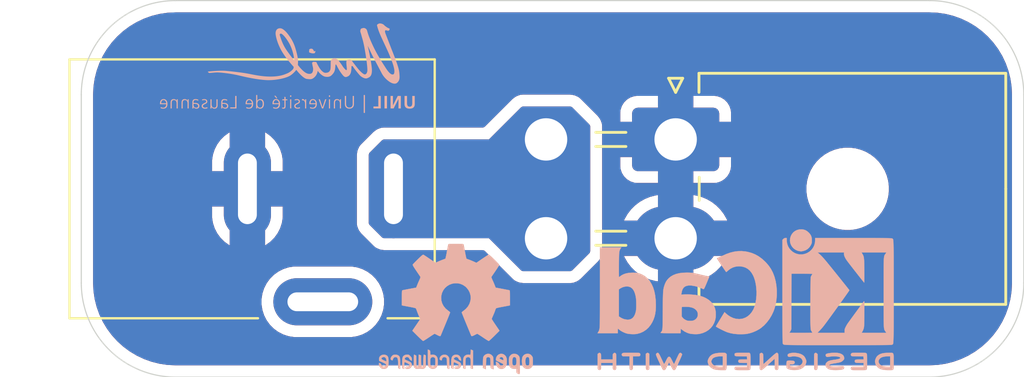
<source format=kicad_pcb>
(kicad_pcb (version 20240108) (generator "pcbnew") (generator_version "8.0")
  (layers (0 "F.Cu" signal) (31 "B.Cu" signal) (34 "B.Paste" user) (35 "F.Paste" user) (36 "B.SilkS" user "B.Silkscreen") (37 "F.SilkS" user "F.Silkscreen") (38 "B.Mask" user) (39 "F.Mask" user) (44 "Edge.Cuts" user))
  (net 0 "")
  (net 1 "GND")
  (net 3 "VDC")
  (footprint "common:KLDX-0202-x" (layer "F.Cu") (at 124 90)
    (property "Reference" "J1" (hide yes))
    (property "Value" "KLDLX-0202-B" (hide yes))
    (pad "1" thru_hole oval (at 14.25 0) (size 2 4.2) (drill oval 0.8 3) (layers "*.Cu" "*.Mask") (net 3 "VDC"))
    (pad "2" thru_hole oval (at 8.05 0) (size 2 4.2) (drill oval 0.8 3) (layers "*.Cu" "*.Mask") (net 1 "GND"))
    (pad "3" thru_hole oval (at 11.25 4.8) (size 4.2 2) (drill oval 3 0.8) (layers "*.Cu" "*.Mask"))
  )
  (footprint "Connector_Molex:Molex_Mini-Fit_Jr_5569-04A2_2x02_P4.20mm_Horizontal" (layer "F.Cu") (at 150.225 87.9 -90)
    (property "Reference" "J2" (hide yes))
    (property "Value" "MiniFit-JR 5566" (hide yes))
    (pad "" np_thru_hole circle (at 2.1 -7.3 270) (size 3 3) (drill 3) (layers "*.Cu" "*.Mask"))
    (pad "1" thru_hole roundrect (at 0 0 270) (size 2.7 3.7) (drill 1.8) (layers "*.Cu" "*.Mask") (roundrect_rratio 0.092593) (net 1 "GND"))
    (pad "2" thru_hole oval (at 4.2 0 270) (size 2.7 3.7) (drill 1.8) (layers "*.Cu" "*.Mask") (net 1 "GND"))
    (pad "3" thru_hole oval (at 0 5.5 270) (size 2.7 3.7) (drill 1.8) (layers "*.Cu" "*.Mask") (net 3 "VDC"))
    (pad "4" thru_hole oval (at 4.2 5.5 270) (size 2.7 3.7) (drill 1.8) (layers "*.Cu" "*.Mask") (net 3 "VDC"))
  )
  (footprint "Symbol:OSHW-Logo2_7.3x6mm_SilkScreen" (layer "B.Cu") (at 140.9 95.1 180)
    (property "Reference" "REF**" (hide yes))
    (property "Value" "OSHW-Logo2_7.3x6mm_SilkScreen" (hide yes))
  )
  (footprint "Symbol:KiCad-Logo2_5mm_SilkScreen" (layer "B.Cu") (at 153.2 94.7 180)
    (property "Reference" "REF**" (hide yes))
    (property "Value" "KiCad-Logo2_5mm_SilkScreen" (hide yes))
  )
  (gr_poly (pts (xy 135.509937 86.583412) (xy 135.558063 86.583412) (xy 135.558063 86.195216) (xy 135.509937 86.195216)) (stroke (width -0.000001)) (fill solid) (layer "B.SilkS"))
  (gr_poly (pts (xy 132.421008 86.583412) (xy 132.469021 86.583412) (xy 132.469021 86.521538) (xy 132.470481 86.521538) (xy 132.47295 86.526119) (xy 132.4755 86.530534) (xy 132.478131 86.534784) (xy 132.480843 86.538871) (xy 132.483638 86.542796) (xy 132.486515 86.546561) (xy 132.489474 86.550166) (xy 132.492517 86.553614) (xy 132.495644 86.556906) (xy 132.498855 86.560042) (xy 132.50215 86.563025) (xy 132.505531 86.565855) (xy 132.508997 86.568534) (xy 132.512548 86.571063) (xy 132.516187 86.573444) (xy 132.519912 86.575678) (xy 132.523724 86.577766) (xy 132.527624 86.57971) (xy 132.531612 86.58151) (xy 132.535688 86.583169) (xy 132.539853 86.584688) (xy 132.544108 86.586067) (xy 132.548453 86.587309) (xy 132.552888 86.588414) (xy 132.557413 86.589384) (xy 132.56203 86.590221) (xy 132.566738 86.590925) (xy 132.571538 86.591498) (xy 132.581417 86.592257) (xy 132.591668 86.592507) (xy 132.601501 86.592251) (xy 132.61102 86.591489) (xy 132.620228 86.590232) (xy 132.629122 86.588493) (xy 132.637705 86.586282) (xy 132.645975 86.583611) (xy 132.653932 86.58049) (xy 132.661577 86.576931) (xy 132.66891 86.572946) (xy 132.67593 86.568545) (xy 132.682638 86.563739) (xy 132.689034 86.558541) (xy 132.695117 86.552961) (xy 132.700889 86.547011) (xy 132.706348 86.540701) (xy 132.711495 86.534044) (xy 132.71633 86.52705) (xy 132.720852 86.51973) (xy 132.725063 86.512096) (xy 132.728961 86.504159) (xy 132.732548 86.495931) (xy 132.735822 86.487422) (xy 132.738785 86.478644) (xy 132.741435 86.469608) (xy 132.743774 86.460325) (xy 132.745801 86.450807) (xy 132.747515 86.441064) (xy 132.748918 86.431109) (xy 132.75001 86.420952) (xy 132.750789 86.410605) (xy 132.751412 86.389384) (xy 132.698877 86.389384) (xy 132.698592 86.403603) (xy 132.697692 86.41795) (xy 132.696112 86.432279) (xy 132.693786 86.446448) (xy 132.69065 86.460311) (xy 132.686637 86.473725) (xy 132.681682 86.486545) (xy 132.67572 86.498628) (xy 132.67234 86.504348) (xy 132.668685 86.509829) (xy 132.664744 86.515054) (xy 132.660511 86.520004) (xy 132.655976 86.524662) (xy 132.651133 86.52901) (xy 132.645972 86.533029) (xy 132.640486 86.536701) (xy 132.634666 86.540009) (xy 132.628504 86.542934) (xy 132.621991 86.545458) (xy 132.615121 86.547564) (xy 132.607884 86.549233) (xy 132.600272 86.550448) (xy 132.592278 86.55119) (xy 132.583892 86.551442) (xy 132.576063 86.551177) (xy 132.568554 86.550398) (xy 132.561362 86.549125) (xy 132.554482 86.547378) (xy 132.547908 86.545177) (xy 132.541637 86.542544) (xy 132.535663 86.539498) (xy 132.529981 86.536061) (xy 132.524587 86.532253) (xy 132.519477 86.528094) (xy 132.514644 86.523604) (xy 132.510085 86.518805) (xy 132.505795 86.513717) (xy 132.501769 86.50836) (xy 132.498002 86.502755) (xy 132.49449 86.496923) (xy 132.491227 86.490883) (xy 132.48821 86.484657) (xy 132.485432 86.478264) (xy 132.48289 86.471726) (xy 132.480579 86.465063) (xy 132.478494 86.458296) (xy 132.474982 86.444529) (xy 132.472317 86.430591) (xy 132.470461 86.416644) (xy 132.469375 86.402854) (xy 132.469021 86.389384) (xy 132.469375 86.375865) (xy 132.470461 86.362032) (xy 132.472317 86.348049) (xy 132.474982 86.334079) (xy 132.478494 86.320285) (xy 132.48289 86.306832) (xy 132.488209 86.293884) (xy 132.49449 86.281603) (xy 132.498002 86.275765) (xy 132.501769 86.270154) (xy 132.505795 86.264793) (xy 132.510085 86.259701) (xy 132.514644 86.254899) (xy 132.519476 86.250407) (xy 132.524587 86.246245) (xy 132.529981 86.242435) (xy 132.535662 86.238996) (xy 132.541637 86.23595) (xy 132.547908 86.233316) (xy 132.554482 86.231115) (xy 132.561362 86.229368) (xy 132.568554 86.228094) (xy 132.576063 86.227315) (xy 132.583892 86.227051) (xy 132.592278 86.227302) (xy 132.600272 86.228046) (xy 132.607884 86.229262) (xy 132.615121 86.230934) (xy 132.621991 86.233043) (xy 132.628504 86.235572) (xy 132.634666 86.238502) (xy 132.640486 86.241815) (xy 132.645972 86.245493) (xy 132.651133 86.249518) (xy 132.655976 86.253873) (xy 132.660511 86.258538) (xy 132.664744 86.263497) (xy 132.668685 86.26873) (xy 132.67234 86.27422) (xy 132.67572 86.27995) (xy 132.678831 86.2859) (xy 132.681682 86.292053) (xy 132.684282 86.29839) (xy 132.686637 86.304894) (xy 132.688757 86.311547) (xy 132.69065 86.318331) (xy 132.693786 86.332218) (xy 132.696112 86.346411) (xy 132.697692 86.360766) (xy 132.698592 86.375139) (xy 132.698877 86.389384) (xy 132.751412 86.389384) (xy 132.75087 86.367638) (xy 132.749223 86.346738) (xy 132.746436 86.32676) (xy 132.742478 86.307782) (xy 132.737316 86.28988) (xy 132.730917 86.273131) (xy 132.727243 86.265213) (xy 132.723248 86.257612) (xy 132.718927 86.250338) (xy 132.714276 86.2434) (xy 132.709291 86.236808) (xy 132.703968 86.230572) (xy 132.698304 86.224701) (xy 132.692293 86.219205) (xy 132.685932 86.214093) (xy 132.679216 86.209375) (xy 132.672142 86.205061) (xy 132.664706 86.201161) (xy 132.656902 86.197683) (xy 132.648728 86.194638) (xy 132.640179 86.192034) (xy 132.631251 86.189883) (xy 132.621941 86.188193) (xy 132.612242 86.186974) (xy 132.602153 86.186235) (xy 132.591668 86.185987) (xy 132.584626 86.186147) (xy 132.577805 86.186615) (xy 132.571207 86.187376) (xy 132.564828 86.188411) (xy 132.558668 86.189704) (xy 132.552725 86.191238) (xy 132.546999 86.192997) (xy 132.541488 86.194964) (xy 132.53619 86.197121) (xy 132.531105 86.199452) (xy 132.521568 86.204569) (xy 132.512866 86.210179) (xy 132.504989 86.216149) (xy 132.497928 86.222343) (xy 132.491671 86.228627) (xy 132.48621 86.234866) (xy 132.481534 86.240926) (xy 132.477633 86.246671) (xy 132.474497 86.251968) (xy 132.472117 86.256682) (xy 132.470481 86.260677) (xy 132.469021 86.260677) (xy 132.469021 86.012216) (xy 132.421008 86.012216)) (stroke (width -0.000001)) (fill solid) (layer "B.SilkS"))
  (gr_poly (pts (xy 131.059504 86.186499) (xy 131.051337 86.187143) (xy 131.043486 86.18805) (xy 131.035949 86.189221) (xy 131.028723 86.19066) (xy 131.021804 86.192368) (xy 131.015191 86.19435) (xy 131.00888 86.196606) (xy 131.002869 86.199141) (xy 130.997154 86.201956) (xy 130.991734 86.205055) (xy 130.986605 86.208439) (xy 130.981765 86.212112) (xy 130.97721 86.216076) (xy 130.972939 86.220334) (xy 130.968948 86.224887) (xy 130.965234 86.22974) (xy 130.961795 86.234895) (xy 130.958628 86.240354) (xy 130.955731 86.246119) (xy 130.9531 86.252194) (xy 130.950732 86.258581) (xy 130.948626 86.265283) (xy 130.946777 86.272302) (xy 130.945184 86.279641) (xy 130.943844 86.287303) (xy 130.942754 86.29529) (xy 130.941312 86.312249) (xy 130.940836 86.330542) (xy 130.940836 86.501969) (xy 130.940776 86.524074) (xy 130.940635 86.534376) (xy 130.94036 86.544344) (xy 130.939906 86.554106) (xy 130.939228 86.563788) (xy 130.938283 86.573514) (xy 130.937026 86.583412) (xy 130.984158 86.583412) (xy 130.984158 86.520986) (xy 130.985922 86.520986) (xy 130.988002 86.525278) (xy 130.990266 86.529443) (xy 130.992709 86.533482) (xy 130.995322 86.537393) (xy 130.998099 86.541177) (xy 131.001033 86.544832) (xy 131.004117 86.548358) (xy 131.007343 86.551754) (xy 131.010704 86.555019) (xy 131.014194 86.558153) (xy 131.017805 86.561155) (xy 131.02153 86.564024) (xy 131.025362 86.56676) (xy 131.029293 86.569362) (xy 131.033318 86.57183) (xy 131.037428 86.574162) (xy 131.041617 86.576358) (xy 131.045877 86.578417) (xy 131.054583 86.582122) (xy 131.06349 86.585273) (xy 131.07254 86.587863) (xy 131.081677 86.589886) (xy 131.090844 86.591339) (xy 131.099985 86.592214) (xy 131.109041 86.592507) (xy 131.119123 86.592292) (xy 131.128673 86.59166) (xy 131.137707 86.590632) (xy 131.146237 86.58923) (xy 131.154278 86.587473) (xy 131.161842 86.585384) (xy 131.168945 86.582984) (xy 131.1756 86.580292) (xy 131.181821 86.57733) (xy 131.187622 86.57412) (xy 131.193015 86.570682) (xy 131.198017 86.567036) (xy 131.202639 86.563205) (xy 131.206897 86.559208) (xy 131.210803 86.555068) (xy 131.214372 86.550804) (xy 131.217617 86.546438) (xy 131.220553 86.541991) (xy 131.223193 86.537484) (xy 131.225551 86.532938) (xy 131.229476 86.523811) (xy 131.232439 86.514779) (xy 131.234551 86.506009) (xy 131.235923 86.49767) (xy 131.236665 86.489929) (xy 131.236888 86.482953) (xy 131.236832 86.481299) (xy 131.184465 86.481299) (xy 131.184359 86.486011) (xy 131.184043 86.490535) (xy 131.183524 86.494874) (xy 131.182805 86.499031) (xy 131.181894 86.503008) (xy 131.180794 86.506808) (xy 131.179512 86.510433) (xy 131.178053 86.513886) (xy 131.176421 86.517168) (xy 131.174622 86.520283) (xy 131.172663 86.523233) (xy 131.170546 86.526021) (xy 131.16828 86.528648) (xy 131.165867 86.531118) (xy 131.163314 86.533432) (xy 131.160627 86.535594) (xy 131.15781 86.537606) (xy 131.154868 86.53947) (xy 131.151808 86.541189) (xy 131.148634 86.542765) (xy 131.145351 86.5442) (xy 131.141965 86.545498) (xy 131.138482 86.546661) (xy 131.134906 86.547691) (xy 131.131244 86.54859) (xy 131.127499 86.549361) (xy 131.119785 86.55053) (xy 131.111808 86.551217) (xy 131.10361 86.551442) (xy 131.093379 86.551158) (xy 131.083774 86.550328) (xy 131.074776 86.548978) (xy 131.066364 86.547138) (xy 131.058519 86.544835) (xy 131.051221 86.542098) (xy 131.04445 86.538955) (xy 131.038186 86.535435) (xy 131.03241 86.531565) (xy 131.027102 86.527375) (xy 131.022243 86.522892) (xy 131.017811 86.518144) (xy 131.013789 86.513161) (xy 131.010155 86.50797) (xy 131.006891 86.502599) (xy 131.003976 86.497078) (xy 131.001391 86.491434) (xy 130.999116 86.485695) (xy 130.997131 86.479891) (xy 130.995416 86.474048) (xy 130.992719 86.462363) (xy 130.990867 86.450866) (xy 130.989701 86.439785) (xy 130.989064 86.429345) (xy 130.988745 86.411295) (xy 130.988745 86.38773) (xy 131.002362 86.38773) (xy 131.034049 86.388258) (xy 131.050031 86.389067) (xy 131.065879 86.390374) (xy 131.081427 86.392279) (xy 131.096505 86.394881) (xy 131.110946 86.398281) (xy 131.124581 86.402579) (xy 131.137243 86.407874) (xy 131.143155 86.410928) (xy 131.148762 86.414268) (xy 131.15404 86.417908) (xy 131.15897 86.42186) (xy 131.16353 86.426137) (xy 131.1677 86.430751) (xy 131.171457 86.435714) (xy 131.174782 86.44104) (xy 131.177653 86.44674) (xy 131.18005 86.452828) (xy 131.18195 86.459315) (xy 131.183333 86.466214) (xy 131.184179 86.473538) (xy 131.184465 86.481299) (xy 131.236832 86.481299) (xy 131.236487 86.471092) (xy 131.235308 86.459938) (xy 131.233383 86.449468) (xy 131.230743 86.439663) (xy 131.227422 86.430498) (xy 131.22345 86.421954) (xy 131.218862 86.414009) (xy 131.213688 86.40664) (xy 131.207962 86.399826) (xy 131.201715 86.393546) (xy 131.19498 86.387778) (xy 131.187789 86.382499) (xy 131.180175 86.37769) (xy 131.17217 86.373327) (xy 131.163805 86.369389) (xy 131.155114 86.365855) (xy 131.146129 86.362703) (xy 131.136881 86.359911) (xy 131.127404 86.357458) (xy 131.117729 86.355322) (xy 131.107889 86.353481) (xy 131.097916 86.351913) (xy 131.077702 86.349513) (xy 131.057343 86.347948) (xy 131.037098 86.347044) (xy 131.017227 86.346629) (xy 130.997987 86.346529) (xy 130.988744 86.346529) (xy 130.988744 86.326682) (xy 130.989026 86.314686) (xy 130.989888 86.303451) (xy 130.991356 86.292978) (xy 130.993453 86.283269) (xy 130.994746 86.278702) (xy 130.996206 86.274327) (xy 130.997836 86.270143) (xy 130.999638 86.266152) (xy 131.001617 86.262353) (xy 131.003775 86.258748) (xy 131.006115 86.255335) (xy 131.008641 86.252115) (xy 131.011355 86.249088) (xy 131.01426 86.246255) (xy 131.017361 86.243616) (xy 131.020659 86.241171) (xy 131.024158 86.23892) (xy 131.027862 86.236864) (xy 131.031772 86.235003) (xy 131.035893 86.233336) (xy 131.040226 86.231865) (xy 131.044777 86.230589) (xy 131.049547 86.229509) (xy 131.054539 86.228625) (xy 131.059757 86.227936) (xy 131.065204 86.227444) (xy 131.070883 86.227149) (xy 131.076797 86.227051) (xy 131.084374 86.227158) (xy 131.091892 86.227486) (xy 131.099352 86.228041) (xy 131.106755 86.228829) (xy 131.1141 86.229858) (xy 131.121389 86.231135) (xy 131.128622 86.232665) (xy 131.135799 86.234457) (xy 131.142922 86.236517) (xy 131.149992 86.238852) (xy 131.157008 86.241469) (xy 131.163971 86.244374) (xy 131.170882 86.247575) (xy 131.177741 86.251078) (xy 131.18455 86.254891) (xy 131.191309 86.259019) (xy 131.191309 86.212721) (xy 131.185542 86.210014) (xy 131.179339 86.207379) (xy 131.172752 86.20483) (xy 131.165836 86.202382) (xy 131.158644 86.200049) (xy 131.151231 86.197844) (xy 131.143651 86.195782) (xy 131.135957 86.193877) (xy 131.128204 86.192143) (xy 131.120445 86.190595) (xy 131.112735 86.189246) (xy 131.105127 86.18811) (xy 131.097675 86.187203) (xy 131.090434 86.186537) (xy 131.083456 86.186127) (xy 131.076797 86.185987)) (stroke (width -0.000001)) (fill solid) (layer "B.SilkS"))
  (gr_poly (pts (xy 135.843726 86.186173) (xy 135.835273 86.186726) (xy 135.827158 86.187638) (xy 135.819377 86.188901) (xy 135.811924 86.190507) (xy 135.804797 86.192449) (xy 135.797991 86.194719) (xy 135.791502 86.197308) (xy 135.785325 86.20021) (xy 135.779458 86.203415) (xy 135.773895 86.206918) (xy 135.768633 86.210709) (xy 135.763668 86.21478) (xy 135.758995 86.219125) (xy 135.75461 86.223735) (xy 135.75051 86.228602) (xy 135.746689 86.233718) (xy 135.743145 86.239077) (xy 135.739873 86.244669) (xy 135.736869 86.250487) (xy 135.734129 86.256524) (xy 135.731648 86.262771) (xy 135.729423 86.26922) (xy 135.72745 86.275864) (xy 135.725724 86.282696) (xy 135.724241 86.289706) (xy 135.72199 86.304233) (xy 135.720663 86.319382) (xy 135.720228 86.335092) (xy 135.720228 86.583412) (xy 135.768262 86.583412) (xy 135.768262 86.347489) (xy 135.768567 86.334056) (xy 135.769496 86.321267) (xy 135.771071 86.309153) (xy 135.773314 86.297744) (xy 135.776247 86.287072) (xy 135.779893 86.277166) (xy 135.78199 86.272511) (xy 135.784273 86.268059) (xy 135.786745 86.263814) (xy 135.789409 86.25978) (xy 135.792268 86.25596) (xy 135.795324 86.252359) (xy 135.79858 86.248981) (xy 135.802039 86.245829) (xy 135.805704 86.242907) (xy 135.809577 86.240219) (xy 135.813661 86.237769) (xy 135.817959 86.23556) (xy 135.822473 86.233597) (xy 135.827207 86.231883) (xy 135.832163 86.230423) (xy 135.837344 86.229219) (xy 135.842753 86.228276) (xy 135.848392 86.227598) (xy 135.854264 86.227188) (xy 135.860372 86.227051) (xy 135.868401 86.227273) (xy 135.876083 86.22793) (xy 135.883424 86.229005) (xy 135.890431 86.230481) (xy 135.897109 86.232343) (xy 135.903465 86.234574) (xy 135.909503 86.237158) (xy 135.915232 86.240078) (xy 135.920655 86.243318) (xy 135.92578 86.246863) (xy 135.930613 86.250694) (xy 135.935159 86.254797) (xy 135.939425 86.259155) (xy 135.943416 86.263752) (xy 135.947139 86.268571) (xy 135.9506 86.273596) (xy 135.953804 86.27881) (xy 135.956757 86.284198) (xy 135.959467 86.289744) (xy 135.961938 86.29543) (xy 135.964177 86.30124) (xy 135.966189 86.307159) (xy 135.96956 86.319256) (xy 135.972097 86.331591) (xy 135.97385 86.344032) (xy 135.974866 86.35645) (xy 135.975194 86.368713) (xy 135.975194 86.583412) (xy 136.023257 86.583412) (xy 136.023257 86.286444) (xy 136.023306 86.263992) (xy 136.023653 86.241296) (xy 136.02403 86.229859) (xy 136.024593 86.218366) (xy 136.025379 86.206818) (xy 136.026425 86.195216) (xy 135.979879 86.195216) (xy 135.979879 86.264262) (xy 135.978334 86.264262) (xy 135.975173 86.257636) (xy 135.971648 86.250887) (xy 135.967701 86.24409) (xy 135.963278 86.237321) (xy 135.958322 86.230656) (xy 135.952777 86.224172) (xy 135.949765 86.221021) (xy 135.946585 86.217944) (xy 135.94323 86.21495) (xy 135.939692 86.212049) (xy 135.935964 86.209249) (xy 135.93204 86.206562) (xy 135.927912 86.203996) (xy 135.923574 86.20156) (xy 135.919018 86.199264) (xy 135.914237 86.197119) (xy 135.909224 86.195132) (xy 135.903973 86.193314) (xy 135.898475 86.191674) (xy 135.892725 86.190223) (xy 135.886715 86.188968) (xy 135.880438 86.18792) (xy 135.873887 86.187089) (xy 135.867055 86.186483) (xy 135.859935 86.186113) (xy 135.852519 86.185987)) (stroke (width -0.000001)) (fill solid) (layer "B.SilkS"))
  (gr_poly (pts (xy 134.775359 84.044344) (xy 134.769379 84.044542) (xy 134.755267 84.044767) (xy 134.747955 84.044876) (xy 134.740695 84.045104) (xy 134.733654 84.045542) (xy 134.730269 84.045869) (xy 134.727001 84.046283) (xy 134.723871 84.046795) (xy 134.720901 84.047417) (xy 134.718112 84.04816) (xy 134.715524 84.049036) (xy 134.710927 84.050821) (xy 134.707064 84.052411) (xy 134.705352 84.053179) (xy 134.703757 84.053951) (xy 134.702257 84.054748) (xy 134.70083 84.055586) (xy 134.699454 84.056485) (xy 134.698107 84.057462) (xy 134.696767 84.058535) (xy 134.695412 84.059723) (xy 134.694019 84.061044) (xy 134.692567 84.062515) (xy 134.691034 84.064156) (xy 134.689397 84.065984) (xy 134.675977 84.07983) (xy 134.674592 84.081522) (xy 134.67334 84.083255) (xy 134.67277 84.084142) (xy 134.672241 84.085046) (xy 134.671755 84.085967) (xy 134.671315 84.086909) (xy 134.670923 84.087872) (xy 134.670582 84.08886) (xy 134.670295 84.089873) (xy 134.670063 84.090914) (xy 134.66989 84.091984) (xy 134.669778 84.093086) (xy 134.66973 84.094221) (xy 134.669747 84.095391) (xy 134.670072 84.109426) (xy 134.670213 84.112152) (xy 134.670438 84.114938) (xy 134.670779 84.11797) (xy 134.671265 84.121433) (xy 134.671618 84.123231) (xy 134.672045 84.12493) (xy 134.672521 84.126544) (xy 134.673024 84.128086) (xy 134.674019 84.131001) (xy 134.674466 84.1324) (xy 134.674847 84.133776) (xy 134.675141 84.135143) (xy 134.675247 84.135827) (xy 134.675323 84.136513) (xy 134.675366 84.137203) (xy 134.675373 84.137898) (xy 134.67534 84.1386) (xy 134.675265 84.139311) (xy 134.675145 84.140033) (xy 134.674978 84.140766) (xy 134.67476 84.141512) (xy 134.674488 84.142274) (xy 134.67416 84.143051) (xy 134.673773 84.143847) (xy 134.673324 84.144663) (xy 134.67281 84.1455) (xy 134.671783 84.147102) (xy 134.670832 84.14864) (xy 134.669958 84.150128) (xy 134.669163 84.151576) (xy 134.668447 84.152998) (xy 134.667813 84.154405) (xy 134.66726 84.15581) (xy 134.66679 84.157224) (xy 134.666405 84.158661) (xy 134.666105 84.160132) (xy 134.665892 84.161649) (xy 134.665766 84.163224) (xy 134.665729 84.164871) (xy 134.665782 84.1666) (xy 134.665927 84.168425) (xy 134.666163 84.170357) (xy 134.666465 84.172392) (xy 134.666636 84.174505) (xy 134.666707 84.176674) (xy 134.666712 84.178876) (xy 134.666651 84.183298) (xy 134.666649 84.185474) (xy 134.66671 84.187598) (xy 134.666866 84.189648) (xy 134.667149 84.191603) (xy 134.667592 84.193441) (xy 134.667884 84.194309) (xy 134.668227 84.19514) (xy 134.668626 84.195932) (xy 134.669086 84.19668) (xy 134.66961 84.197383) (xy 134.670202 84.198038) (xy 134.670866 84.198643) (xy 134.671606 84.199193) (xy 134.672427 84.199688) (xy 134.673332 84.200124) (xy 134.678098 84.202337) (xy 134.684436 84.205453) (xy 134.69994 84.213093) (xy 134.708161 84.216969) (xy 134.716065 84.220449) (xy 134.719751 84.221939) (xy 134.723181 84.223209) (xy 134.726295 84.224218) (xy 134.729035 84.224924) (xy 134.735464 84.226501) (xy 134.744219 84.228856) (xy 134.765537 84.234693) (xy 134.776516 84.237572) (xy 134.78665 84.240022) (xy 134.795147 84.241741) (xy 134.798533 84.242233) (xy 134.801214 84.242429) (xy 134.832608 84.242797) (xy 134.851018 84.242752) (xy 134.858724 84.242568) (xy 134.864601 84.242239) (xy 134.870012 84.24169) (xy 134.876499 84.240846) (xy 134.883583 84.239665) (xy 134.8872 84.238935) (xy 134.890788 84.238104) (xy 134.894287 84.237168) (xy 134.897636 84.236121) (xy 134.900777 84.234958) (xy 134.90365 84.233674) (xy 134.906195 84.232263) (xy 134.907326 84.231508) (xy 134.908353 84.23072) (xy 134.909267 84.229898) (xy 134.910063 84.22904) (xy 134.910732 84.228147) (xy 134.911266 84.227217) (xy 134.912225 84.225358) (xy 134.91317 84.223623) (xy 134.915017 84.220439) (xy 134.918524 84.214639) (xy 134.919359 84.213187) (xy 134.920177 84.211692) (xy 134.920976 84.210134) (xy 134.921757 84.208493) (xy 134.922519 84.206747) (xy 134.923261 84.204876) (xy 134.923984 84.202858) (xy 134.924686 84.200674) (xy 134.937118 84.156161) (xy 134.937111 84.155782) (xy 134.937137 84.155373) (xy 134.937267 84.154476) (xy 134.937667 84.152454) (xy 134.937841 84.15138) (xy 134.937935 84.150298) (xy 134.937936 84.149762) (xy 134.937899 84.149234) (xy 134.937818 84.148716) (xy 134.937687 84.148213) (xy 134.937499 84.147726) (xy 134.93725 84.14726) (xy 134.936933 84.146818) (xy 134.936541 84.146403) (xy 134.936069 84.146017) (xy 134.935512 84.145665) (xy 134.934862 84.145349) (xy 134.934115 84.145072) (xy 134.933263 84.144838) (xy 134.932302 84.14465) (xy 134.931224 84.144512) (xy 134.930025 84.144425) (xy 134.928697 84.144395) (xy 134.927236 84.144423) (xy 134.925635 84.144512) (xy 134.923889 84.144667) (xy 134.920295 84.145092) (xy 134.916773 84.14561) (xy 134.913341 84.146205) (xy 134.910018 84.146863) (xy 134.903775 84.148304) (xy 134.898191 84.149811) (xy 134.893416 84.151261) (xy 134.889599 84.152531) (xy 134.885436 84.154044) (xy 134.884958 84.154179) (xy 134.884279 84.154307) (xy 134.882446 84.154537) (xy 134.880192 84.154736) (xy 134.877774 84.1549) (xy 134.873469 84.155125) (xy 134.871578 84.155201) (xy 134.869745 84.147347) (xy 134.865345 84.129682) (xy 134.862698 84.119934) (xy 134.860029 84.11105) (xy 134.858751 84.107277) (xy 134.857544 84.104135) (xy 134.856435 84.101761) (xy 134.855925 84.100906) (xy 134.85545 84.100295) (xy 134.854991 84.099827) (xy 134.854503 84.099376) (xy 134.853447 84.098517) (xy 134.852298 84.097703) (xy 134.851071 84.096917) (xy 134.845678 84.093718) (xy 134.844284 84.092822) (xy 134.842901 84.091855) (xy 134.841546 84.0908) (xy 134.840232 84.08964) (xy 134.839595 84.089015) (xy 134.838975 84.088359) (xy 134.838372 84.087667) (xy 134.837789 84.08694) (xy 134.837228 84.086173) (xy 134.836691 84.085366) (xy 134.836179 84.084517) (xy 134.835694 84.083622) (xy 134.833631 84.079736) (xy 134.832458 84.077677) (xy 134.831179 84.075564) (xy 134.829786 84.073412) (xy 134.82827 84.071238) (xy 134.826622 84.06906) (xy 134.824835 84.066894) (xy 134.822899 84.064756) (xy 134.820806 84.062663) (xy 134.818547 84.060632) (xy 134.816113 84.058679) (xy 134.813497 84.056821) (xy 134.812118 84.055933) (xy 134.81069 84.055075) (xy 134.809212 84.054249) (xy 134.807683 84.053458) (xy 134.806101 84.052702) (xy 134.804467 84.051985) (xy 134.794121 84.047578) (xy 134.792192 84.046811) (xy 134.790418 84.046164) (xy 134.788746 84.045627) (xy 134.787121 84.045194) (xy 134.78549 84.044857) (xy 134.783799 84.044609) (xy 134.781994 84.044441) (xy 134.780022 84.044346) (xy 134.777828 84.044316)) (stroke (width -0.000001)) (fill solid) (layer "B.SilkS"))
  (gr_poly (pts (xy 135.240393 86.530771) (xy 135.239046 86.530771) (xy 135.126185 86.195216) (xy 135.076161 86.195216) (xy 135.212143 86.583412) (xy 135.268503 86.583412) (xy 135.400244 86.195216) (xy 135.347744 86.195216)) (stroke (width -0.000001)) (fill solid) (layer "B.SilkS"))
  (gr_poly (pts (xy 128.914198 86.186173) (xy 128.90572 86.186726) (xy 128.897582 86.187638) (xy 128.88978 86.188901) (xy 128.88231 86.190507) (xy 128.875167 86.192449) (xy 128.868347 86.194719) (xy 128.861846 86.197308) (xy 128.855661 86.20021) (xy 128.849785 86.203415) (xy 128.844216 86.206918) (xy 128.83895 86.210709) (xy 128.833981 86.21478) (xy 128.829306 86.219125) (xy 128.824921 86.223735) (xy 128.82082 86.228602) (xy 128.817001 86.233718) (xy 128.813459 86.239077) (xy 128.81019 86.244669) (xy 128.807189 86.250487) (xy 128.804452 86.256524) (xy 128.801976 86.262771) (xy 128.799755 86.26922) (xy 128.797786 86.275864) (xy 128.796064 86.282696) (xy 128.794586 86.289706) (xy 128.792342 86.304233) (xy 128.79102 86.319382) (xy 128.790587 86.335092) (xy 128.790587 86.583412) (xy 128.838565 86.583412) (xy 128.838565 86.347489) (xy 128.838872 86.334056) (xy 128.839807 86.321267) (xy 128.84139 86.309153) (xy 128.843643 86.297744) (xy 128.846586 86.287072) (xy 128.850241 86.277166) (xy 128.852341 86.272511) (xy 128.854628 86.268059) (xy 128.857102 86.263814) (xy 128.859767 86.25978) (xy 128.862626 86.25596) (xy 128.865681 86.252359) (xy 128.868935 86.248981) (xy 128.872389 86.245829) (xy 128.876048 86.242907) (xy 128.879914 86.240219) (xy 128.883988 86.237769) (xy 128.888274 86.23556) (xy 128.892775 86.233597) (xy 128.897492 86.231883) (xy 128.902429 86.230423) (xy 128.907589 86.229219) (xy 128.912973 86.228276) (xy 128.918584 86.227598) (xy 128.924425 86.227188) (xy 128.9305 86.227051) (xy 128.938552 86.227273) (xy 128.946256 86.22793) (xy 128.953618 86.229005) (xy 128.960644 86.230481) (xy 128.96734 86.232343) (xy 128.973712 86.234574) (xy 128.979766 86.237158) (xy 128.985508 86.240078) (xy 128.990945 86.243318) (xy 128.996082 86.246863) (xy 129.000925 86.250694) (xy 129.005481 86.254797) (xy 129.009756 86.259155) (xy 129.013755 86.263752) (xy 129.017485 86.268571) (xy 129.020951 86.273596) (xy 129.024161 86.27881) (xy 129.027119 86.284198) (xy 129.029833 86.289744) (xy 129.032307 86.29543) (xy 129.034549 86.30124) (xy 129.036564 86.307159) (xy 129.039937 86.319256) (xy 129.042477 86.331591) (xy 129.044231 86.344032) (xy 129.045247 86.35645) (xy 129.045575 86.368713) (xy 129.045575 86.583412) (xy 129.093695 86.583412) (xy 129.093695 86.286444) (xy 129.093694 86.286444) (xy 129.09374 86.263992) (xy 129.094064 86.241296) (xy 129.094417 86.229859) (xy 129.094944 86.218366) (xy 129.095679 86.206818) (xy 129.096657 86.195216) (xy 129.05002 86.195216) (xy 129.05002 86.264262) (xy 129.048609 86.264262) (xy 129.045459 86.257636) (xy 129.041948 86.250887) (xy 129.038021 86.24409) (xy 129.03362 86.237321) (xy 129.028687 86.230656) (xy 129.023166 86.224172) (xy 129.020167 86.221021) (xy 129.016999 86.217944) (xy 129.013656 86.21495) (xy 129.01013 86.212049) (xy 129.006414 86.209249) (xy 129.002501 86.206562) (xy 128.998384 86.203996) (xy 128.994055 86.20156) (xy 128.989508 86.199264) (xy 128.984735 86.197119) (xy 128.979729 86.195132) (xy 128.974483 86.193314) (xy 128.96899 86.191674) (xy 128.963243 86.190223) (xy 128.957234 86.188968) (xy 128.950957 86.18792) (xy 128.944404 86.187089) (xy 128.937569 86.186483) (xy 128.930443 86.186113) (xy 128.92302 86.185987)) (stroke (width -0.000001)) (fill solid) (layer "B.SilkS"))
  (gr_poly (pts (xy 133.259883 86.186243) (xy 133.250174 86.187003) (xy 133.240837 86.188253) (xy 133.231869 86.18998) (xy 133.223265 86.192172) (xy 133.215023 86.194814) (xy 133.207138 86.197893) (xy 133.199607 86.201397) (xy 133.192426 86.205313) (xy 133.185592 86.209626) (xy 133.1791 86.214324) (xy 133.172948 86.219393) (xy 133.167132 86.224821) (xy 133.161647 86.230595) (xy 133.156491 86.2367) (xy 133.15166 86.243124) (xy 133.14715 86.249853) (xy 133.142957 86.256875) (xy 133.139078 86.264177) (xy 133.135509 86.271744) (xy 133.132246 86.279564) (xy 133.129286 86.287624) (xy 133.126626 86.29591) (xy 133.124261 86.304409) (xy 133.122188 86.313109) (xy 133.120403 86.321995) (xy 133.117683 86.340275) (xy 133.116073 86.359145) (xy 133.115542 86.378497) (xy 133.115542 86.402889) (xy 133.381142 86.402889) (xy 133.380624 86.418115) (xy 133.379075 86.432892) (xy 133.376503 86.447148) (xy 133.372914 86.460808) (xy 133.368315 86.473798) (xy 133.365639 86.480019) (xy 133.362714 86.486045) (xy 133.359539 86.491867) (xy 133.356117 86.497476) (xy 133.352448 86.502862) (xy 133.348532 86.508016) (xy 133.344371 86.512929) (xy 133.339966 86.517592) (xy 133.335317 86.521996) (xy 133.330426 86.526131) (xy 133.325293 86.529988) (xy 133.319919 86.533557) (xy 133.314305 86.536831) (xy 133.308451 86.539799) (xy 133.30236 86.542453) (xy 133.296032 86.544782) (xy 133.289466 86.546779) (xy 133.282666 86.548433) (xy 133.275631 86.549735) (xy 133.268362 86.550677) (xy 133.26086 86.551249) (xy 133.253126 86.551442) (xy 133.246403 86.551274) (xy 133.239371 86.550786) (xy 133.232093 86.549999) (xy 133.224636 86.548935) (xy 133.217061 86.547616) (xy 133.209435 86.546064) (xy 133.20182 86.5443) (xy 133.194282 86.542346) (xy 133.186884 86.540225) (xy 133.179691 86.537957) (xy 133.172767 86.535565) (xy 133.166176 86.53307) (xy 133.159982 86.530495) (xy 133.15425 86.527861) (xy 133.149044 86.525189) (xy 133.144428 86.522502) (xy 133.144428 86.571286) (xy 133.150791 86.573772) (xy 133.15737 86.576114) (xy 133.164136 86.57831) (xy 133.171063 86.580357) (xy 133.178126 86.582253) (xy 133.185295 86.583995) (xy 133.192546 86.585583) (xy 133.199851 86.587012) (xy 133.207182 86.588282) (xy 133.214515 86.58939) (xy 133.22182 86.590333) (xy 133.229073 86.59111) (xy 133.236245 86.591718) (xy 133.243311 86.592155) (xy 133.250242 86.592419) (xy 133.257014 86.592507) (xy 133.268842 86.592255) (xy 133.280204 86.591505) (xy 133.291106 86.590269) (xy 133.301554 86.588555) (xy 133.311553 86.586376) (xy 133.32111 86.58374) (xy 133.33023 86.58066) (xy 133.33892 86.577144) (xy 133.347185 86.573204) (xy 133.355032 86.56885) (xy 133.362466 86.564092) (xy 133.369493 86.558941) (xy 133.376119 86.553407) (xy 133.382351 86.5475) (xy 133.388193 86.541232) (xy 133.393653 86.534612) (xy 133.398736 86.527651) (xy 133.403447 86.520359) (xy 133.407794 86.512747) (xy 133.411781 86.504825) (xy 133.415415 86.496604) (xy 133.418702 86.488093) (xy 133.421648 86.479304) (xy 133.424258 86.470247) (xy 133.426539 86.460932) (xy 133.428497 86.451369) (xy 133.431465 86.431544) (xy 133.433212 86.410855) (xy 133.433783 86.389384) (xy 133.433023 86.367501) (xy 133.432429 86.361961) (xy 133.381142 86.361961) (xy 133.167994 86.361961) (xy 133.168321 86.34925) (xy 133.169318 86.336658) (xy 133.171009 86.324283) (xy 133.173418 86.31222) (xy 133.176568 86.300566) (xy 133.180485 86.289419) (xy 133.185192 86.278874) (xy 133.187849 86.273858) (xy 133.190713 86.269029) (xy 133.193786 86.264399) (xy 133.197072 86.25998) (xy 133.200573 86.255784) (xy 133.204293 86.251824) (xy 133.208234 86.248111) (xy 133.2124 86.244657) (xy 133.216793 86.241475) (xy 133.221417 86.238577) (xy 133.226275 86.235974) (xy 133.231369 86.233679) (xy 133.236702 86.231704) (xy 133.242278 86.230061) (xy 133.2481 86.228762) (xy 133.25417 86.227819) (xy 133.260492 86.227245) (xy 133.267068 86.227051) (xy 133.273613 86.227256) (xy 133.279995 86.227862) (xy 133.286211 86.228854) (xy 133.292259 86.230219) (xy 133.298135 86.231943) (xy 133.303837 86.23401) (xy 133.309361 86.236407) (xy 133.314705 86.239119) (xy 133.319866 86.242133) (xy 133.32484 86.245434) (xy 133.329625 86.249008) (xy 133.334217 86.252841) (xy 133.338614 86.256919) (xy 133.342814 86.261226) (xy 133.346812 86.26575) (xy 133.350606 86.270476) (xy 133.354193 86.27539) (xy 133.357569 86.280477) (xy 133.360733 86.285723) (xy 133.363681 86.291115) (xy 133.366411 86.296637) (xy 133.368918 86.302276) (xy 133.371201 86.308018) (xy 133.373256 86.313848) (xy 133.37508 86.319752) (xy 133.37667 86.325716) (xy 133.378024 86.331725) (xy 133.379139 86.337766) (xy 133.380011 86.343825) (xy 133.380637 86.349886) (xy 133.381015 86.355936) (xy 133.381142 86.361961) (xy 133.432429 86.361961) (xy 133.430773 86.346499) (xy 133.427083 86.326451) (xy 133.422 86.307431) (xy 133.415573 86.289511) (xy 133.411871 86.280986) (xy 133.407851 86.272765) (xy 133.403519 86.264855) (xy 133.39888 86.257266) (xy 133.393943 86.250007) (xy 133.388711 86.243088) (xy 133.383191 86.236516) (xy 133.37739 86.230303) (xy 133.371313 86.224456) (xy 133.364966 86.218985) (xy 133.358356 86.213899) (xy 133.351488 86.209208) (xy 133.344369 86.204919) (xy 133.337004 86.201044) (xy 133.329399 86.197589) (xy 133.321561 86.194566) (xy 133.313495 86.191983) (xy 133.305209 86.189849) (xy 133.296706 86.188173) (xy 133.287995 86.186965) (xy 133.27908 86.186233) (xy 133.269968 86.185987)) (stroke (width -0.000001)) (fill solid) (layer "B.SilkS"))
  (gr_poly (pts (xy 128.483598 86.186243) (xy 128.473881 86.187003) (xy 128.464536 86.188253) (xy 128.455557 86.18998) (xy 128.446943 86.192172) (xy 128.438688 86.194814) (xy 128.43079 86.197893) (xy 128.423245 86.201397) (xy 128.41605 86.205313) (xy 128.409201 86.209626) (xy 128.402694 86.214324) (xy 128.396526 86.219393) (xy 128.390693 86.224821) (xy 128.385193 86.230595) (xy 128.38002 86.2367) (xy 128.375173 86.243124) (xy 128.370646 86.249853) (xy 128.366438 86.256875) (xy 128.362543 86.264177) (xy 128.358959 86.271744) (xy 128.355682 86.279564) (xy 128.352709 86.287624) (xy 128.350035 86.29591) (xy 128.347658 86.304409) (xy 128.345574 86.313109) (xy 128.343779 86.321995) (xy 128.341044 86.340275) (xy 128.339423 86.359145) (xy 128.33889 86.378497) (xy 128.33889 86.402889) (xy 128.604743 86.402889) (xy 128.604226 86.418115) (xy 128.602679 86.432892) (xy 128.600109 86.447148) (xy 128.596523 86.460808) (xy 128.591927 86.473798) (xy 128.589253 86.480019) (xy 128.58633 86.486045) (xy 128.583157 86.491867) (xy 128.579737 86.497476) (xy 128.576069 86.502862) (xy 128.572156 86.508016) (xy 128.567996 86.512929) (xy 128.563593 86.517592) (xy 128.558946 86.521996) (xy 128.554056 86.526131) (xy 128.548924 86.529988) (xy 128.543551 86.533557) (xy 128.537938 86.536831) (xy 128.532085 86.539799) (xy 128.525994 86.542453) (xy 128.519666 86.544782) (xy 128.513101 86.546779) (xy 128.5063 86.548433) (xy 128.499264 86.549735) (xy 128.491994 86.550677) (xy 128.484491 86.551249) (xy 128.476755 86.551442) (xy 128.470004 86.551274) (xy 128.462944 86.550786) (xy 128.45564 86.549999) (xy 128.448157 86.548935) (xy 128.440559 86.547616) (xy 128.432912 86.546064) (xy 128.42528 86.5443) (xy 128.417727 86.542346) (xy 128.410319 86.540225) (xy 128.403121 86.537957) (xy 128.396197 86.535565) (xy 128.389612 86.53307) (xy 128.38343 86.530495) (xy 128.377718 86.527861) (xy 128.372539 86.525189) (xy 128.367958 86.522502) (xy 128.367958 86.571286) (xy 128.374332 86.573772) (xy 128.38092 86.576114) (xy 128.387695 86.57831) (xy 128.394629 86.580357) (xy 128.401697 86.582253) (xy 128.40887 86.583995) (xy 128.416121 86.585583) (xy 128.423424 86.587012) (xy 128.43075 86.588282) (xy 128.438073 86.58939) (xy 128.445366 86.590333) (xy 128.452602 86.59111) (xy 128.459752 86.591718) (xy 128.466791 86.592155) (xy 128.47369 86.592419) (xy 128.480423 86.592507) (xy 128.492284 86.592255) (xy 128.503674 86.591505) (xy 128.514599 86.590269) (xy 128.525065 86.588555) (xy 128.535079 86.586376) (xy 128.544647 86.58374) (xy 128.553775 86.58066) (xy 128.56247 86.577144) (xy 128.570736 86.573204) (xy 128.578582 86.56885) (xy 128.586012 86.564092) (xy 128.593033 86.558941) (xy 128.599652 86.553407) (xy 128.605873 86.5475) (xy 128.611704 86.541232) (xy 128.617152 86.534612) (xy 128.62222 86.527651) (xy 128.626918 86.520359) (xy 128.631249 86.512747) (xy 128.635221 86.504825) (xy 128.638839 86.496604) (xy 128.642111 86.488093) (xy 128.645041 86.479304) (xy 128.647637 86.470247) (xy 128.649904 86.460932) (xy 128.651849 86.451369) (xy 128.654796 86.431544) (xy 128.656528 86.410855) (xy 128.657095 86.389384) (xy 128.656338 86.367501) (xy 128.655747 86.361961) (xy 128.604743 86.361961) (xy 128.391383 86.361961) (xy 128.39171 86.34925) (xy 128.392708 86.336658) (xy 128.394401 86.324283) (xy 128.396812 86.31222) (xy 128.399967 86.300566) (xy 128.403888 86.289419) (xy 128.408601 86.278874) (xy 128.411261 86.273858) (xy 128.414128 86.269029) (xy 128.417205 86.264399) (xy 128.420495 86.25998) (xy 128.424 86.255784) (xy 128.427725 86.251824) (xy 128.431671 86.248111) (xy 128.435842 86.244657) (xy 128.440241 86.241475) (xy 128.444871 86.238577) (xy 128.449735 86.235974) (xy 128.454836 86.233679) (xy 128.460176 86.231704) (xy 128.46576 86.230061) (xy 128.471589 86.228762) (xy 128.477668 86.227819) (xy 128.483998 86.227245) (xy 128.490583 86.227051) (xy 128.497137 86.227256) (xy 128.503528 86.227862) (xy 128.509752 86.228854) (xy 128.515807 86.230219) (xy 128.52169 86.231943) (xy 128.527397 86.23401) (xy 128.532927 86.236407) (xy 128.538276 86.239119) (xy 128.543441 86.242133) (xy 128.548419 86.245434) (xy 128.553208 86.249008) (xy 128.557803 86.252841) (xy 128.562204 86.256919) (xy 128.566405 86.261226) (xy 128.570406 86.26575) (xy 128.574201 86.270476) (xy 128.57779 86.27539) (xy 128.581168 86.280477) (xy 128.584333 86.285723) (xy 128.587282 86.291115) (xy 128.590012 86.296637) (xy 128.59252 86.302276) (xy 128.594803 86.308018) (xy 128.596858 86.313848) (xy 128.598682 86.319752) (xy 128.600273 86.325716) (xy 128.601626 86.331725) (xy 128.602741 86.337766) (xy 128.603613 86.343825) (xy 128.604239 86.349886) (xy 128.604617 86.355936) (xy 128.604743 86.361961) (xy 128.655747 86.361961) (xy 128.654099 86.346499) (xy 128.650425 86.326451) (xy 128.645364 86.307431) (xy 128.638963 86.289511) (xy 128.635275 86.280986) (xy 128.631269 86.272765) (xy 128.626953 86.264855) (xy 128.622331 86.257266) (xy 128.61741 86.250007) (xy 128.612195 86.243088) (xy 128.606693 86.236516) (xy 128.600909 86.230303) (xy 128.594849 86.224456) (xy 128.58852 86.218985) (xy 128.581927 86.213899) (xy 128.575076 86.209208) (xy 128.567973 86.204919) (xy 128.560624 86.201044) (xy 128.553035 86.197589) (xy 128.545212 86.194566) (xy 128.537161 86.191983) (xy 128.528887 86.189849) (xy 128.520397 86.188173) (xy 128.511697 86.186965) (xy 128.502792 86.186233) (xy 128.493688 86.185987)) (stroke (width -0.000001)) (fill solid) (layer "B.SilkS"))
  (gr_poly (pts (xy 132.118551 86.186243) (xy 132.108831 86.187003) (xy 132.099485 86.188253) (xy 132.090508 86.18998) (xy 132.081898 86.192172) (xy 132.07365 86.194814) (xy 132.06576 86.197893) (xy 132.058225 86.201397) (xy 132.051041 86.205313) (xy 132.044205 86.209626) (xy 132.037713 86.214324) (xy 132.03156 86.219393) (xy 132.025744 86.224821) (xy 132.02026 86.230595) (xy 132.015105 86.2367) (xy 132.010275 86.243124) (xy 132.005767 86.249853) (xy 132.001577 86.256875) (xy 131.9977 86.264177) (xy 131.994134 86.271744) (xy 131.990874 86.279564) (xy 131.987918 86.287624) (xy 131.98526 86.29591) (xy 131.982898 86.304409) (xy 131.980828 86.313109) (xy 131.979046 86.321995) (xy 131.976331 86.340275) (xy 131.974724 86.359145) (xy 131.974195 86.378497) (xy 131.974195 86.402889) (xy 132.239884 86.402889) (xy 132.239366 86.418115) (xy 132.237814 86.432892) (xy 132.235237 86.447148) (xy 132.231641 86.460808) (xy 132.227035 86.473798) (xy 132.224355 86.480019) (xy 132.221424 86.486045) (xy 132.218245 86.491867) (xy 132.214818 86.497476) (xy 132.211143 86.502862) (xy 132.207222 86.508016) (xy 132.203055 86.512929) (xy 132.198644 86.517592) (xy 132.19399 86.521996) (xy 132.189092 86.526131) (xy 132.183953 86.529988) (xy 132.178573 86.533557) (xy 132.172952 86.536831) (xy 132.167093 86.539799) (xy 132.160996 86.542453) (xy 132.154661 86.544782) (xy 132.14809 86.546779) (xy 132.141283 86.548433) (xy 132.134242 86.549735) (xy 132.126967 86.550677) (xy 132.11946 86.551249) (xy 132.111721 86.551442) (xy 132.105026 86.551274) (xy 132.098009 86.550786) (xy 132.090736 86.549999) (xy 132.083272 86.548935) (xy 132.075684 86.547616) (xy 132.068036 86.546064) (xy 132.060397 86.5443) (xy 132.05283 86.542346) (xy 132.045402 86.540225) (xy 132.038179 86.537957) (xy 132.031228 86.535565) (xy 132.024613 86.53307) (xy 132.0184 86.530495) (xy 132.012657 86.527861) (xy 132.007448 86.525189) (xy 132.002839 86.522502) (xy 132.002839 86.571286) (xy 132.009247 86.573772) (xy 132.015859 86.576114) (xy 132.022651 86.57831) (xy 132.029597 86.580357) (xy 132.036672 86.582253) (xy 132.04385 86.583995) (xy 132.051107 86.585583) (xy 132.058417 86.587012) (xy 132.065754 86.588282) (xy 132.073095 86.58939) (xy 132.080412 86.590333) (xy 132.087682 86.59111) (xy 132.094879 86.591718) (xy 132.101977 86.592155) (xy 132.108952 86.592419) (xy 132.115778 86.592507) (xy 132.127592 86.592255) (xy 132.13894 86.591505) (xy 132.149829 86.590269) (xy 132.160264 86.588555) (xy 132.170251 86.586376) (xy 132.179797 86.58374) (xy 132.188907 86.58066) (xy 132.197587 86.577144) (xy 132.205842 86.573204) (xy 132.21368 86.56885) (xy 132.221106 86.564092) (xy 132.228126 86.558941) (xy 132.234745 86.553407) (xy 132.24097 86.5475) (xy 132.246807 86.541232) (xy 132.252261 86.534612) (xy 132.257339 86.527651) (xy 132.262046 86.520359) (xy 132.266389 86.512747) (xy 132.270373 86.504825) (xy 132.274004 86.496604) (xy 132.277288 86.488093) (xy 132.280231 86.479304) (xy 132.282839 86.470247) (xy 132.285119 86.460932) (xy 132.287075 86.451369) (xy 132.290041 86.431544) (xy 132.291786 86.410855) (xy 132.292357 86.389384) (xy 132.291596 86.367501) (xy 132.291002 86.361961) (xy 132.239884 86.361961) (xy 132.026687 86.361961) (xy 132.02701 86.34925) (xy 132.027994 86.336658) (xy 132.029666 86.324283) (xy 132.032051 86.31222) (xy 132.035174 86.300566) (xy 132.039061 86.289419) (xy 132.043736 86.278874) (xy 132.046378 86.273858) (xy 132.049226 86.269029) (xy 132.052284 86.264399) (xy 132.055556 86.25998) (xy 132.059043 86.255784) (xy 132.06275 86.251824) (xy 132.06668 86.248111) (xy 132.070835 86.244657) (xy 132.07522 86.241475) (xy 132.079836 86.238577) (xy 132.084688 86.235974) (xy 132.089779 86.233679) (xy 132.095111 86.231704) (xy 132.100688 86.230061) (xy 132.106512 86.228762) (xy 132.112589 86.227819) (xy 132.118919 86.227245) (xy 132.125507 86.227051) (xy 132.132067 86.227256) (xy 132.138464 86.227862) (xy 132.144695 86.228854) (xy 132.150758 86.230219) (xy 132.156649 86.231943) (xy 132.162365 86.23401) (xy 132.167903 86.236407) (xy 132.17326 86.239119) (xy 132.178434 86.242133) (xy 132.183421 86.245434) (xy 132.188219 86.249008) (xy 132.192824 86.252841) (xy 132.197233 86.256919) (xy 132.201444 86.261226) (xy 132.205453 86.26575) (xy 132.209257 86.270476) (xy 132.212854 86.27539) (xy 132.216241 86.280477) (xy 132.219414 86.285723) (xy 132.222371 86.291115) (xy 132.225108 86.296637) (xy 132.227623 86.302276) (xy 132.229912 86.308018) (xy 132.231974 86.313848) (xy 132.233803 86.319752) (xy 132.235399 86.325716) (xy 132.236757 86.331725) (xy 132.237875 86.337766) (xy 132.23875 86.343825) (xy 132.239378 86.349886) (xy 132.239757 86.355936) (xy 132.239884 86.361961) (xy 132.291002 86.361961) (xy 132.289345 86.346499) (xy 132.285652 86.326451) (xy 132.280567 86.307431) (xy 132.274138 86.289511) (xy 132.270434 86.280986) (xy 132.266413 86.272765) (xy 132.262081 86.264855) (xy 132.257443 86.257266) (xy 132.252505 86.250007) (xy 132.247274 86.243088) (xy 132.241756 86.236516) (xy 132.235956 86.230303) (xy 132.229882 86.224456) (xy 132.223538 86.218985) (xy 132.216931 86.213899) (xy 132.210068 86.209208) (xy 132.202954 86.204919) (xy 132.195595 86.201044) (xy 132.187998 86.197589) (xy 132.180168 86.194566) (xy 132.172112 86.191983) (xy 132.163835 86.189849) (xy 132.155344 86.188173) (xy 132.146645 86.186965) (xy 132.137744 86.186233) (xy 132.128647 86.185987)) (stroke (width -0.000001)) (fill solid) (layer "B.SilkS"))
  (gr_poly (pts (xy 133.862937 86.091316) (xy 133.911 86.091316) (xy 133.911 86.027647) (xy 133.862937 86.027647)) (stroke (width -0.000001)) (fill solid) (layer "B.SilkS"))
  (gr_poly (pts (xy 135.509937 86.091316) (xy 135.558063 86.091316) (xy 135.558063 86.027647) (xy 135.509937 86.027647)) (stroke (width -0.000001)) (fill solid) (layer "B.SilkS"))
  (gr_poly (pts (xy 134.14309 86.186207) (xy 134.132844 86.186897) (xy 134.121325 86.188101) (xy 134.108853 86.189862) (xy 134.102359 86.190964) (xy 134.095748 86.192223) (xy 134.089057 86.193643) (xy 134.082329 86.195229) (xy 134.075602 86.196988) (xy 134.068916 86.198924) (xy 134.062312 86.201043) (xy 134.05583 86.203351) (xy 134.060465 86.24524) (xy 134.065225 86.243174) (xy 134.070186 86.241215) (xy 134.075323 86.239367) (xy 134.08061 86.237632) (xy 134.086022 86.236016) (xy 134.091532 86.234521) (xy 134.097114 86.233151) (xy 134.102744 86.231909) (xy 134.108394 86.2308) (xy 134.11404 86.229827) (xy 134.119655 86.228994) (xy 134.125213 86.228304) (xy 134.13069 86.227761) (xy 134.136058 86.227369) (xy 134.141292 86.227131) (xy 134.146367 86.227051) (xy 134.155461 86.227235) (xy 134.164171 86.227805) (xy 134.17247 86.228788) (xy 134.18033 86.230214) (xy 134.187722 86.232108) (xy 134.194618 86.234499) (xy 134.197871 86.23589) (xy 134.200991 86.237415) (xy 134.203972 86.239078) (xy 134.206811 86.240883) (xy 134.209506 86.242833) (xy 134.212053 86.244931) (xy 134.214447 86.24718) (xy 134.216686 86.249586) (xy 134.218766 86.25215) (xy 134.220683 86.254876) (xy 134.222435 86.257768) (xy 134.224017 86.260829) (xy 134.225426 86.264062) (xy 134.226658 86.267472) (xy 134.227711 86.271061) (xy 134.22858 86.274833) (xy 134.229262 86.278792) (xy 134.229753 86.28294) (xy 134.230051 86.287282) (xy 134.230151 86.29182) (xy 134.229602 86.298358) (xy 134.228003 86.30446) (xy 134.225423 86.310165) (xy 134.221932 86.315512) (xy 134.217601 86.320543) (xy 134.2125 86.325297) (xy 134.206698 86.329813) (xy 134.200265 86.334132) (xy 134.185789 86.342336) (xy 134.169632 86.350229) (xy 134.134516 86.366354) (xy 134.116678 86.375223) (xy 134.099401 86.385056) (xy 134.091147 86.390433) (xy 134.083244 86.39617) (xy 134.075761 86.402308) (xy 134.068768 86.408885) (xy 134.062335 86.415942) (xy 134.056533 86.423519) (xy 134.051432 86.431656) (xy 134.047101 86.440392) (xy 134.04361 86.449767) (xy 134.04103 86.459821) (xy 134.039431 86.470594) (xy 134.038882 86.482126) (xy 134.039105 86.489669) (xy 134.039763 86.4969) (xy 134.040839 86.503826) (xy 134.042314 86.510449) (xy 134.044171 86.516776) (xy 134.046392 86.522811) (xy 134.048961 86.528558) (xy 134.051859 86.534022) (xy 134.055069 86.539208) (xy 134.058574 86.544121) (xy 134.062355 86.548764) (xy 134.066396 86.553144) (xy 134.070678 86.557264) (xy 134.075185 86.56113) (xy 134.079898 86.564746) (xy 134.0848 86.568116) (xy 134.089873 86.571245) (xy 134.095101 86.574139) (xy 134.100464 86.576802) (xy 134.105947 86.579238) (xy 134.111531 86.581452) (xy 134.117199 86.583449) (xy 134.128715 86.58681) (xy 134.140355 86.589359) (xy 134.151979 86.591133) (xy 134.163446 86.59217) (xy 134.174616 86.592507) (xy 134.18858 86.59229) (xy 134.202515 86.591601) (xy 134.216382 86.590378) (xy 134.223279 86.589548) (xy 134.230145 86.588563) (xy 134.236974 86.587414) (xy 134.243763 86.586095) (xy 134.250506 86.584597) (xy 134.257199 86.582915) (xy 134.263837 86.581039) (xy 134.270415 86.578963) (xy 134.276928 86.576679) (xy 134.283371 86.574179) (xy 134.278799 86.52705) (xy 134.273338 86.529686) (xy 134.267729 86.532213) (xy 134.261978 86.534623) (xy 134.256093 86.536908) (xy 134.250081 86.539058) (xy 134.24395 86.541066) (xy 134.237706 86.542923) (xy 134.231358 86.54462) (xy 134.224911 86.54615) (xy 134.218374 86.547503) (xy 134.211753 86.548671) (xy 134.205056 86.549646) (xy 134.19829 86.550419) (xy 134.191462 86.550981) (xy 134.18458 86.551325) (xy 134.177651 86.551442) (xy 134.169166 86.551148) (xy 134.160854 86.550272) (xy 134.152764 86.548824) (xy 134.14495 86.546812) (xy 134.137462 86.544247) (xy 134.130354 86.541137) (xy 134.123677 86.537492) (xy 134.120516 86.535471) (xy 134.117482 86.53332) (xy 134.114581 86.53104) (xy 134.111821 86.528632) (xy 134.109208 86.526097) (xy 134.106747 86.523437) (xy 134.104447 86.520651) (xy 134.102312 86.517743) (xy 134.10035 86.514712) (xy 134.098566 86.51156) (xy 134.096969 86.508288) (xy 134.095563 86.504898) (xy 134.094356 86.50139) (xy 134.093353 86.497765) (xy 134.092563 86.494025) (xy 134.09199 86.490171) (xy 134.091641 86.486204) (xy 134.091524 86.482126) (xy 134.092059 86.4738) (xy 134.093619 86.466054) (xy 134.096136 86.458846) (xy 134.099541 86.452132) (xy 134.103766 86.44587) (xy 134.108743 86.440017) (xy 134.114403 86.434531) (xy 134.120677 86.429369) (xy 134.127499 86.424488) (xy 134.134799 86.419846) (xy 134.15056 86.411108) (xy 134.184816 86.394621) (xy 134.202217 86.386189) (xy 134.219072 86.377178) (xy 134.227123 86.372348) (xy 134.234833 86.367245) (xy 134.242133 86.361826) (xy 134.248954 86.356049) (xy 134.255229 86.349872) (xy 134.260889 86.34325) (xy 134.265866 86.336143) (xy 134.270091 86.328507) (xy 134.273496 86.320299) (xy 134.276013 86.311477) (xy 134.277573 86.301998) (xy 134.278108 86.29182) (xy 134.277927 86.284751) (xy 134.277389 86.277959) (xy 134.276508 86.271442) (xy 134.275293 86.265195) (xy 134.273756 86.259215) (xy 134.271909 86.253498) (xy 134.269763 86.248042) (xy 134.267328 86.242842) (xy 134.264616 86.237896) (xy 134.261639 86.233199) (xy 134.258408 86.228749) (xy 134.254934 86.224541) (xy 134.251227 86.220572) (xy 134.247301 86.216839) (xy 134.243165 86.213339) (xy 134.238831 86.210067) (xy 134.23431 86.20702) (xy 134.229613 86.204195) (xy 134.224753 86.201589) (xy 134.219739 86.199197) (xy 134.214584 86.197017) (xy 134.209298 86.195045) (xy 134.203894 86.193277) (xy 134.198381 86.19171) (xy 134.187076 86.189164) (xy 134.175475 86.187381) (xy 134.163667 86.186331) (xy 134.151743 86.185987)) (stroke (width -0.000001)) (fill solid) (layer "B.SilkS"))
  (gr_poly (pts (xy 133.283578 86.154703) (xy 133.318749 86.154703) (xy 133.247919 86.045151) (xy 133.187806 86.045151)) (stroke (width -0.000001)) (fill solid) (layer "B.SilkS"))
  (gr_poly (pts (xy 137.868171 86.583412) (xy 137.974781 86.583412) (xy 137.974781 86.052037) (xy 137.868171 86.052037)) (stroke (width -0.000001)) (fill solid) (layer "B.SilkS"))
  (gr_poly (pts (xy 134.82241 86.186243) (xy 134.812679 86.187003) (xy 134.803321 86.188253) (xy 134.794334 86.18998) (xy 134.785713 86.192172) (xy 134.777455 86.194814) (xy 134.769556 86.197893) (xy 134.762012 86.201397) (xy 134.75482 86.205313) (xy 134.747975 86.209626) (xy 134.741475 86.214324) (xy 134.735315 86.219393) (xy 134.729492 86.224821) (xy 134.724001 86.230595) (xy 134.71884 86.2367) (xy 134.714005 86.243124) (xy 134.709491 86.249853) (xy 134.705296 86.256875) (xy 134.701415 86.264177) (xy 134.697845 86.271744) (xy 134.694581 86.279564) (xy 134.691621 86.287624) (xy 134.688961 86.29591) (xy 134.686596 86.304409) (xy 134.684523 86.313109) (xy 134.682739 86.321995) (xy 134.680021 86.340275) (xy 134.678412 86.359145) (xy 134.677882 86.378497) (xy 134.677882 86.402889) (xy 134.9437 86.402889) (xy 134.943181 86.418115) (xy 134.94163 86.432892) (xy 134.939053 86.447148) (xy 134.935458 86.460808) (xy 134.930852 86.473798) (xy 134.928172 86.480019) (xy 134.925242 86.486045) (xy 134.922063 86.491867) (xy 134.918636 86.497476) (xy 134.914962 86.502862) (xy 134.911041 86.508016) (xy 134.906875 86.512929) (xy 134.902464 86.517592) (xy 134.897809 86.521996) (xy 134.892912 86.526131) (xy 134.887773 86.529988) (xy 134.882393 86.533557) (xy 134.876773 86.536831) (xy 134.870914 86.539799) (xy 134.864817 86.542453) (xy 134.858483 86.544782) (xy 134.851912 86.546779) (xy 134.845105 86.548433) (xy 134.838064 86.549735) (xy 134.83079 86.550677) (xy 134.823282 86.551249) (xy 134.815543 86.551442) (xy 134.808832 86.551274) (xy 134.801804 86.550786) (xy 134.794525 86.549999) (xy 134.787059 86.548935) (xy 134.779473 86.547616) (xy 134.771831 86.546064) (xy 134.764199 86.5443) (xy 134.756641 86.542346) (xy 134.749224 86.540225) (xy 134.742012 86.537957) (xy 134.73507 86.535565) (xy 134.728465 86.53307) (xy 134.72226 86.530495) (xy 134.716521 86.527861) (xy 134.711314 86.525189) (xy 134.706704 86.522502) (xy 134.706704 86.571286) (xy 134.713105 86.573772) (xy 134.719711 86.576114) (xy 134.726498 86.57831) (xy 134.733439 86.580357) (xy 134.740509 86.582253) (xy 134.747683 86.583995) (xy 134.754935 86.585583) (xy 134.762239 86.587012) (xy 134.769569 86.588282) (xy 134.776901 86.58939) (xy 134.784209 86.590333) (xy 134.791467 86.59111) (xy 134.798649 86.591718) (xy 134.80573 86.592155) (xy 134.812685 86.592419) (xy 134.819487 86.592507) (xy 134.831301 86.592255) (xy 134.84265 86.591505) (xy 134.85354 86.590269) (xy 134.863977 86.588555) (xy 134.873966 86.586376) (xy 134.883514 86.58374) (xy 134.892626 86.58066) (xy 134.901309 86.577144) (xy 134.909568 86.573204) (xy 134.917409 86.56885) (xy 134.924839 86.564092) (xy 134.931862 86.558941) (xy 134.938485 86.553407) (xy 134.944714 86.5475) (xy 134.950555 86.541232) (xy 134.956013 86.534612) (xy 134.961095 86.527651) (xy 134.965806 86.520359) (xy 134.970152 86.512747) (xy 134.97414 86.504825) (xy 134.977775 86.496604) (xy 134.981062 86.488093) (xy 134.984009 86.479304) (xy 134.98662 86.470247) (xy 134.988902 86.460932) (xy 134.990861 86.451369) (xy 134.993831 86.431544) (xy 134.995579 86.410855) (xy 134.996151 86.389384) (xy 134.995391 86.367501) (xy 134.994797 86.361961) (xy 134.9437 86.361961) (xy 134.730241 86.361961) (xy 134.730569 86.34925) (xy 134.731566 86.336658) (xy 134.733259 86.324283) (xy 134.735669 86.31222) (xy 134.738821 86.300566) (xy 134.74274 86.289419) (xy 134.747447 86.278874) (xy 134.750104 86.273858) (xy 134.752968 86.269029) (xy 134.756041 86.264399) (xy 134.759326 86.25998) (xy 134.762827 86.255784) (xy 134.766545 86.251824) (xy 134.770485 86.248111) (xy 134.774649 86.244657) (xy 134.77904 86.241475) (xy 134.783662 86.238577) (xy 134.788516 86.235974) (xy 134.793606 86.233679) (xy 134.798936 86.231704) (xy 134.804507 86.230061) (xy 134.810324 86.228762) (xy 134.816388 86.227819) (xy 134.822704 86.227245) (xy 134.829273 86.227051) (xy 134.835845 86.227256) (xy 134.842253 86.227862) (xy 134.848494 86.228854) (xy 134.854564 86.230219) (xy 134.860462 86.231943) (xy 134.866185 86.23401) (xy 134.871728 86.236407) (xy 134.87709 86.239119) (xy 134.882268 86.242133) (xy 134.887258 86.245434) (xy 134.892058 86.249008) (xy 134.896664 86.252841) (xy 134.901074 86.256919) (xy 134.905285 86.261226) (xy 134.909294 86.26575) (xy 134.913098 86.270476) (xy 134.916694 86.27539) (xy 134.92008 86.280477) (xy 134.923251 86.285723) (xy 134.926206 86.291115) (xy 134.928941 86.296637) (xy 134.931454 86.302276) (xy 134.933741 86.308018) (xy 134.9358 86.313848) (xy 134.937628 86.319752) (xy 134.939221 86.325716) (xy 134.940578 86.331725) (xy 134.941694 86.337766) (xy 134.942567 86.343825) (xy 134.943194 86.349886) (xy 134.943573 86.355936) (xy 134.9437 86.361961) (xy 134.994797 86.361961) (xy 134.993141 86.346499) (xy 134.989452 86.326451) (xy 134.98437 86.307431) (xy 134.977946 86.289511) (xy 134.974245 86.280986) (xy 134.970227 86.272765) (xy 134.965897 86.264855) (xy 134.961261 86.257266) (xy 134.956327 86.250007) (xy 134.951099 86.243088) (xy 134.945584 86.236516) (xy 134.939788 86.230303) (xy 134.933716 86.224456) (xy 134.927376 86.218985) (xy 134.920773 86.213899) (xy 134.913912 86.209208) (xy 134.906802 86.204919) (xy 134.899446 86.201044) (xy 134.891852 86.197589) (xy 134.884025 86.194566) (xy 134.875971 86.191983) (xy 134.867697 86.189849) (xy 134.859209 86.188173) (xy 134.850513 86.186965) (xy 134.841614 86.186233) (xy 134.832519 86.185987)) (stroke (width -0.000001)) (fill solid) (layer "B.SilkS"))
  (gr_poly (pts (xy 130.213491 86.186207) (xy 130.203265 86.186897) (xy 130.19174 86.188101) (xy 130.179243 86.189862) (xy 130.172734 86.190964) (xy 130.166106 86.192223) (xy 130.159399 86.193643) (xy 130.152655 86.195229) (xy 130.145916 86.196988) (xy 130.139221 86.198924) (xy 130.132614 86.201043) (xy 130.126133 86.203351) (xy 130.130719 86.24524) (xy 130.13551 86.243174) (xy 130.140498 86.241215) (xy 130.145657 86.239367) (xy 130.150963 86.237632) (xy 130.156389 86.236016) (xy 130.16191 86.234521) (xy 130.167499 86.233151) (xy 130.173132 86.231909) (xy 130.178782 86.2308) (xy 130.184423 86.229827) (xy 130.19003 86.228994) (xy 130.195578 86.228304) (xy 130.20104 86.227761) (xy 130.206391 86.227369) (xy 130.211604 86.227131) (xy 130.216655 86.227051) (xy 130.225735 86.227235) (xy 130.234434 86.227805) (xy 130.242724 86.228788) (xy 130.250577 86.230214) (xy 130.257965 86.232108) (xy 130.264858 86.234499) (xy 130.268111 86.23589) (xy 130.27123 86.237415) (xy 130.274211 86.239078) (xy 130.277051 86.240883) (xy 130.279746 86.242833) (xy 130.282293 86.244931) (xy 130.284689 86.24718) (xy 130.286929 86.249586) (xy 130.28901 86.25215) (xy 130.290929 86.254876) (xy 130.292681 86.257768) (xy 130.294265 86.260829) (xy 130.295675 86.264062) (xy 130.296909 86.267472) (xy 130.297962 86.271061) (xy 130.298832 86.274833) (xy 130.299515 86.278792) (xy 130.300007 86.28294) (xy 130.300305 86.287282) (xy 130.300405 86.29182) (xy 130.299857 86.298358) (xy 130.298259 86.30446) (xy 130.295681 86.310165) (xy 130.292193 86.315512) (xy 130.287864 86.320543) (xy 130.282766 86.325297) (xy 130.276968 86.329813) (xy 130.27054 86.334132) (xy 130.256075 86.342336) (xy 130.239929 86.350229) (xy 130.204838 86.366354) (xy 130.187012 86.375223) (xy 130.169746 86.385056) (xy 130.161499 86.390433) (xy 130.153601 86.39617) (xy 130.146123 86.402308) (xy 130.139135 86.408885) (xy 130.132707 86.415942) (xy 130.126909 86.423519) (xy 130.121811 86.431656) (xy 130.117483 86.440392) (xy 130.113995 86.449767) (xy 130.111417 86.459821) (xy 130.109818 86.470594) (xy 130.10927 86.482126) (xy 130.109492 86.489669) (xy 130.110147 86.4969) (xy 130.111218 86.503826) (xy 130.112686 86.510449) (xy 130.114535 86.516776) (xy 130.116748 86.522811) (xy 130.119306 86.528558) (xy 130.122193 86.534022) (xy 130.125391 86.539208) (xy 130.128882 86.544121) (xy 130.13265 86.548764) (xy 130.136677 86.553144) (xy 130.140945 86.557264) (xy 130.145438 86.56113) (xy 130.150137 86.564746) (xy 130.155026 86.568116) (xy 130.160086 86.571245) (xy 130.165301 86.574139) (xy 130.170654 86.576802) (xy 130.176126 86.579238) (xy 130.181701 86.581452) (xy 130.18736 86.583449) (xy 130.198865 86.58681) (xy 130.210501 86.589359) (xy 130.22213 86.591133) (xy 130.233612 86.59217) (xy 130.244808 86.592507) (xy 130.258754 86.59229) (xy 130.272681 86.591601) (xy 130.286549 86.590378) (xy 130.293448 86.589548) (xy 130.300317 86.588563) (xy 130.307151 86.587414) (xy 130.313946 86.586095) (xy 130.320696 86.584597) (xy 130.327397 86.582915) (xy 130.334043 86.581039) (xy 130.34063 86.578963) (xy 130.347152 86.576679) (xy 130.353604 86.574179) (xy 130.349159 86.52705) (xy 130.343665 86.529686) (xy 130.338034 86.532213) (xy 130.332272 86.534623) (xy 130.326384 86.536908) (xy 130.320375 86.539058) (xy 130.314252 86.541066) (xy 130.30802 86.542923) (xy 130.301684 86.54462) (xy 130.295249 86.54615) (xy 130.288721 86.547503) (xy 130.282106 86.548671) (xy 130.275409 86.549646) (xy 130.268636 86.550419) (xy 130.261791 86.550981) (xy 130.254881 86.551325) (xy 130.247911 86.551442) (xy 130.239399 86.551148) (xy 130.231066 86.550272) (xy 130.222964 86.548824) (xy 130.215144 86.546812) (xy 130.207657 86.544247) (xy 130.200553 86.541137) (xy 130.193884 86.537492) (xy 130.190729 86.535471) (xy 130.187701 86.53332) (xy 130.184808 86.53104) (xy 130.182055 86.528632) (xy 130.179449 86.526097) (xy 130.176996 86.523437) (xy 130.174703 86.520651) (xy 130.172575 86.517743) (xy 130.170621 86.514712) (xy 130.168844 86.51156) (xy 130.167253 86.508288) (xy 130.165854 86.504898) (xy 130.164652 86.50139) (xy 130.163655 86.497765) (xy 130.162868 86.494025) (xy 130.162298 86.490171) (xy 130.161951 86.486204) (xy 130.161834 86.482126) (xy 130.162369 86.4738) (xy 130.163929 86.466054) (xy 130.166446 86.458846) (xy 130.16985 86.452132) (xy 130.174074 86.44587) (xy 130.17905 86.440017) (xy 130.184709 86.434531) (xy 130.190982 86.429369) (xy 130.197803 86.424488) (xy 130.205101 86.419846) (xy 130.220859 86.411108) (xy 130.255109 86.394621) (xy 130.272506 86.386189) (xy 130.289358 86.377178) (xy 130.297408 86.372348) (xy 130.305116 86.367245) (xy 130.312414 86.361826) (xy 130.319235 86.356049) (xy 130.325508 86.349872) (xy 130.331167 86.34325) (xy 130.336143 86.336143) (xy 130.340367 86.328507) (xy 130.343771 86.320299) (xy 130.346288 86.311477) (xy 130.347848 86.301998) (xy 130.348383 86.29182) (xy 130.348202 86.284751) (xy 130.347666 86.277959) (xy 130.346787 86.271442) (xy 130.345575 86.265195) (xy 130.344042 86.259215) (xy 130.342199 86.253498) (xy 130.340058 86.248042) (xy 130.337629 86.242842) (xy 130.334923 86.237896) (xy 130.331952 86.233199) (xy 130.328727 86.228749) (xy 130.325259 86.224541) (xy 130.321559 86.220572) (xy 130.317638 86.216839) (xy 130.313508 86.213339) (xy 130.30918 86.210067) (xy 130.304665 86.20702) (xy 130.299974 86.204195) (xy 130.295118 86.201589) (xy 130.290109 86.199197) (xy 130.284957 86.197017) (xy 130.279674 86.195045) (xy 130.274271 86.193277) (xy 130.26876 86.19171) (xy 130.257454 86.189164) (xy 130.245848 86.187381) (xy 130.234029 86.186331) (xy 130.222088 86.185987)) (stroke (width -0.000001)) (fill solid) (layer "B.SilkS"))
  (gr_poly (pts (xy 139.045984 86.358792) (xy 139.04564 86.375418) (xy 139.044585 86.391268) (xy 139.042785 86.406299) (xy 139.040204 86.420472) (xy 139.036808 86.433745) (xy 139.032562 86.446078) (xy 139.03011 86.451879) (xy 139.027432 86.45743) (xy 139.024524 86.462725) (xy 139.021383 86.46776) (xy 139.018003 86.472529) (xy 139.01438 86.477028) (xy 139.01051 86.48125) (xy 139.006388 86.485192) (xy 139.002011 86.488847) (xy 138.997374 86.492212) (xy 138.992472 86.49528) (xy 138.987302 86.498047) (xy 138.981858 86.500507) (xy 138.976137 86.502656) (xy 138.970134 86.504489) (xy 138.963845 86.505999) (xy 138.957266 86.507183) (xy 138.950391 86.508035) (xy 138.943218 86.50855) (xy 138.935741 86.508723) (xy 138.928242 86.50855) (xy 138.921048 86.508035) (xy 138.914155 86.507183) (xy 138.907558 86.505999) (xy 138.901253 86.504489) (xy 138.895235 86.502656) (xy 138.889501 86.500507) (xy 138.884046 86.498047) (xy 138.878865 86.49528) (xy 138.873954 86.492212) (xy 138.869308 86.488847) (xy 138.864924 86.485192) (xy 138.860796 86.48125) (xy 138.856921 86.477028) (xy 138.853294 86.472529) (xy 138.84991 86.46776) (xy 138.846765 86.462725) (xy 138.843856 86.45743) (xy 138.841176 86.451879) (xy 138.838723 86.446078) (xy 138.836491 86.440032) (xy 138.834476 86.433745) (xy 138.832674 86.427223) (xy 138.831081 86.420472) (xy 138.829691 86.413495) (xy 138.828501 86.406299) (xy 138.826702 86.391268) (xy 138.825648 86.375418) (xy 138.825305 86.358792) (xy 138.825305 86.052037) (xy 138.71859 86.052037) (xy 138.71859 86.391452) (xy 138.718825 86.404565) (xy 138.719528 86.417191) (xy 138.720695 86.429335) (xy 138.72232 86.441001) (xy 138.7244 86.452193) (xy 138.726929 86.462918) (xy 138.729904 86.473178) (xy 138.733319 86.482979) (xy 138.737171 86.492326) (xy 138.741454 86.501222) (xy 138.746164 86.509673) (xy 138.751297 86.517684) (xy 138.756848 86.525259) (xy 138.762812 86.532402) (xy 138.769186 86.539118) (xy 138.775964 86.545413) (xy 138.783142 86.55129) (xy 138.790716 86.556754) (xy 138.798681 86.56181) (xy 138.807032 86.566462) (xy 138.815765 86.570716) (xy 138.824875 86.574575) (xy 138.834358 86.578045) (xy 138.84421 86.58113) (xy 138.854425 86.583834) (xy 138.865 86.586163) (xy 138.87593 86.588121) (xy 138.88721 86.589712) (xy 138.910802 86.591815) (xy 138.935741 86.592507) (xy 138.960638 86.591815) (xy 138.984194 86.589712) (xy 139.006375 86.586163) (xy 139.016937 86.583834) (xy 139.027142 86.58113) (xy 139.036984 86.578045) (xy 139.046459 86.574575) (xy 139.055562 86.570716) (xy 139.064289 86.566462) (xy 139.072635 86.56181) (xy 139.080596 86.556754) (xy 139.088166 86.55129) (xy 139.095342 86.545413) (xy 139.102119 86.539118) (xy 139.108491 86.532402) (xy 139.114455 86.525259) (xy 139.120007 86.517684) (xy 139.12514 86.509673) (xy 139.129851 86.501222) (xy 139.134136 86.492326) (xy 139.137988 86.482979) (xy 139.141405 86.473178) (xy 139.144381 86.462918) (xy 139.146912 86.452193) (xy 139.148993 86.441001) (xy 139.15062 86.429335) (xy 139.151787 86.417191) (xy 139.152491 86.404565) (xy 139.152727 86.391452) (xy 139.152727 86.052037) (xy 139.045984 86.052037)) (stroke (width -0.000001)) (fill solid) (layer "B.SilkS"))
  (gr_poly (pts (xy 131.533716 86.537661) (xy 131.320568 86.537661) (xy 131.320568 86.583412) (xy 131.586491 86.583412) (xy 131.586491 86.052037) (xy 131.533716 86.052037)) (stroke (width -0.000001)) (fill solid) (layer "B.SilkS"))
  (gr_poly (pts (xy 137.666024 82.97035) (xy 137.656847 82.971123) (xy 137.647861 82.972534) (xy 137.639204 82.974667) (xy 137.635041 82.976032) (xy 137.631013 82.977608) (xy 137.614868 82.984555) (xy 137.606735 82.988263) (xy 137.598717 82.99218) (xy 137.59093 82.996349) (xy 137.583489 83.000811) (xy 137.576511 83.005606) (xy 137.573231 83.008141) (xy 137.570111 83.010776) (xy 137.567164 83.013514) (xy 137.564405 83.016361) (xy 137.561849 83.019322) (xy 137.55951 83.022403) (xy 137.557402 83.025608) (xy 137.555541 83.028943) (xy 137.55394 83.032412) (xy 137.552614 83.036021) (xy 137.551577 83.039776) (xy 137.550845 83.04368) (xy 137.550431 83.047739) (xy 137.550351 83.051959) (xy 137.550618 83.056344) (xy 137.551247 83.0609) (xy 137.552252 83.065632) (xy 137.553648 83.070544) (xy 137.566996 83.118972) (xy 137.577978 83.157656) (xy 137.593355 83.207166) (xy 137.614268 83.268388) (xy 137.641858 83.342205) (xy 137.677266 83.429503) (xy 137.721634 83.531166) (xy 137.815136 83.734721) (xy 137.909265 83.936214) (xy 137.994397 84.120115) (xy 138.030582 84.200617) (xy 138.060908 84.270898) (xy 138.115185 84.404008) (xy 138.141692 84.471335) (xy 138.166901 84.537072) (xy 138.190156 84.599639) (xy 138.210799 84.657456) (xy 138.228173 84.708944) (xy 138.241621 84.752525) (xy 138.252266 84.790682) (xy 138.261662 84.826882) (xy 138.269735 84.861076) (xy 138.276411 84.893213) (xy 138.281618 84.923246) (xy 138.283647 84.937456) (xy 138.285281 84.951122) (xy 138.28651 84.964237) (xy 138.287326 84.976794) (xy 138.287719 84.988787) (xy 138.28768 85.00021) (xy 138.286975 85.022672) (xy 138.286354 85.033949) (xy 138.285476 85.045131) (xy 138.284283 85.056123) (xy 138.282716 85.066832) (xy 138.280715 85.077163) (xy 138.279534 85.082157) (xy 138.278222 85.087022) (xy 138.276773 85.091744) (xy 138.275179 85.096314) (xy 138.273432 85.100718) (xy 138.271526 85.104945) (xy 138.269453 85.108983) (xy 138.267205 85.112821) (xy 138.264776 85.116447) (xy 138.262157 85.119848) (xy 138.259342 85.123013) (xy 138.256324 85.125931) (xy 138.253094 85.128589) (xy 138.249646 85.130976) (xy 138.245972 85.13308) (xy 138.242065 85.134889) (xy 138.237917 85.136391) (xy 138.233522 85.137575) (xy 138.222349 85.13952) (xy 138.210477 85.140306) (xy 138.19782 85.139639) (xy 138.184294 85.137229) (xy 138.169812 85.132783) (xy 138.15429 85.12601) (xy 138.137642 85.116618) (xy 138.119782 85.104316) (xy 138.100626 85.088811) (xy 138.080088 85.069814) (xy 138.058082 85.04703) (xy 138.034523 85.02017) (xy 138.009325 84.988941) (xy 137.982404 84.953052) (xy 137.953674 84.912211) (xy 137.923049 84.866126) (xy 137.778643 84.639965) (xy 137.708382 84.526225) (xy 137.639627 84.411272) (xy 137.572535 84.294522) (xy 137.507266 84.175396) (xy 137.443977 84.053312) (xy 137.382826 83.927688) (xy 137.327528 83.807727) (xy 137.281139 83.702288) (xy 137.242777 83.610263) (xy 137.211558 83.530549) (xy 137.1866 83.462038) (xy 137.16702 83.403625) (xy 137.151934 83.354204) (xy 137.140461 83.31267) (xy 137.13796 83.303441) (xy 137.135434 83.294695) (xy 137.132882 83.286416) (xy 137.130303 83.278588) (xy 137.127695 83.271194) (xy 137.125059 83.264219) (xy 137.122392 83.257647) (xy 137.119694 83.251461) (xy 137.116963 83.245646) (xy 137.1142 83.240185) (xy 137.111402 83.235062) (xy 137.10857 83.230262) (xy 137.105701 83.225767) (xy 137.102795 83.221563) (xy 137.099851 83.217633) (xy 137.096867 83.213961) (xy 137.093844 83.210532) (xy 137.090779 83.207328) (xy 137.087673 83.204333) (xy 137.084523 83.201533) (xy 137.081329 83.198911) (xy 137.07809 83.19645) (xy 137.071473 83.191949) (xy 137.064664 83.187902) (xy 137.057654 83.184182) (xy 137.050436 83.180658) (xy 137.043003 83.177203) (xy 137.035725 83.173989) (xy 137.028876 83.17121) (xy 137.022389 83.168853) (xy 137.016201 83.166907) (xy 137.010245 83.165358) (xy 137.004458 83.164195) (xy 136.998775 83.163404) (xy 136.99313 83.162973) (xy 136.987458 83.16289) (xy 136.981696 83.163143) (xy 136.975778 83.163718) (xy 136.969639 83.164604) (xy 136.963215 83.165787) (xy 136.95644 83.167256) (xy 136.949249 83.168998) (xy 136.941579 83.171001) (xy 136.910581 83.178568) (xy 136.903262 83.180706) (xy 136.896183 83.183207) (xy 136.892742 83.184635) (xy 136.889375 83.186204) (xy 136.886083 83.187929) (xy 136.882872 83.189828) (xy 136.879745 83.191916) (xy 136.876707 83.194211) (xy 136.873762 83.196729) (xy 136.870913 83.199486) (xy 136.868166 83.2025) (xy 136.865524 83.205786) (xy 136.862992 83.209361) (xy 136.860573 83.213241) (xy 136.858272 83.217444) (xy 136.856092 83.221985) (xy 136.854039 83.226881) (xy 136.852116 83.23215) (xy 136.850327 83.237806) (xy 136.848676 83.243867) (xy 136.847168 83.250349) (xy 136.845807 83.257269) (xy 136.841824 83.281557) (xy 136.840767 83.291123) (xy 136.84034 83.299539) (xy 136.840546 83.30723) (xy 136.841391 83.314623) (xy 136.842878 83.322144) (xy 136.845013 83.330219) (xy 136.860116 83.376583) (xy 136.871669 83.414168) (xy 136.878462 83.438053) (xy 136.885939 83.465902) (xy 136.900585 83.520512) (xy 136.913592 83.566845) (xy 136.93721 83.649399) (xy 136.949081 83.692982) (xy 136.961835 83.743008) (xy 136.976102 83.803158) (xy 136.992513 83.877114) (xy 137.010859 83.967469) (xy 137.029933 84.070208) (xy 137.066966 84.288588) (xy 137.097007 84.483751) (xy 137.113452 84.607194) (xy 137.123844 84.703194) (xy 137.129956 84.76352) (xy 137.135512 84.826602) (xy 137.139638 84.888344) (xy 137.141457 84.94465) (xy 137.141228 84.969485) (xy 137.140094 84.991425) (xy 137.137947 85.009958) (xy 137.134675 85.024573) (xy 137.130729 85.036766) (xy 137.126646 85.048323) (xy 137.122389 85.059233) (xy 137.117917 85.069484) (xy 137.11319 85.079064) (xy 137.108169 85.087961) (xy 137.105536 85.09215) (xy 137.102815 85.096163) (xy 137.1 85.1) (xy 137.097087 85.103658) (xy 137.094071 85.107137) (xy 137.090947 85.110435) (xy 137.087709 85.11355) (xy 137.084354 85.116481) (xy 137.080876 85.119226) (xy 137.07727 85.121784) (xy 137.07353 85.124154) (xy 137.069653 85.126333) (xy 137.065634 85.128321) (xy 137.061466 85.130116) (xy 137.057146 85.131717) (xy 137.052669 85.133121) (xy 137.048028 85.134328) (xy 137.043221 85.135336) (xy 137.03824 85.136143) (xy 137.033083 85.136749) (xy 137.027587 85.136807) (xy 137.021575 85.136046) (xy 137.015076 85.134497) (xy 137.008116 85.13219) (xy 136.99292 85.125424) (xy 136.976205 85.115992) (xy 136.958187 85.104137) (xy 136.939082 85.090103) (xy 136.919106 85.074133) (xy 136.898476 85.056472) (xy 136.877408 85.037361) (xy 136.856118 85.017046) (xy 136.834823 84.995769) (xy 136.813739 84.973775) (xy 136.793082 84.951306) (xy 136.773069 84.928607) (xy 136.753916 84.90592) (xy 136.735839 84.88349) (xy 136.60388 84.716436) (xy 136.549146 84.646022) (xy 136.526226 84.615575) (xy 136.506893 84.588864) (xy 136.499189 84.57841) (xy 136.491138 84.56852) (xy 136.482748 84.559235) (xy 136.474027 84.550597) (xy 136.464981 84.542645) (xy 136.45562 84.53542) (xy 136.44595 84.528964) (xy 136.435978 84.523318) (xy 136.425713 84.518522) (xy 136.415161 84.514617) (xy 136.409781 84.513011) (xy 136.404331 84.511644) (xy 136.398814 84.510519) (xy 136.39323 84.509644) (xy 136.387581 84.509021) (xy 136.381866 84.508657) (xy 136.376087 84.508557) (xy 136.370245 84.508726) (xy 136.364341 84.509169) (xy 136.358376 84.50989) (xy 136.352351 84.510896) (xy 136.346267 84.512191) (xy 136.334377 84.515235) (xy 136.323201 84.518601) (xy 136.312749 84.522329) (xy 136.303033 84.526456) (xy 136.298455 84.52868) (xy 136.294065 84.531019) (xy 136.289865 84.533476) (xy 136.285856 84.536056) (xy 136.28204 84.538765) (xy 136.278417 84.541606) (xy 136.274991 84.544585) (xy 136.271761 84.547706) (xy 136.26873 84.550974) (xy 136.265898 84.554394) (xy 136.263268 84.55797) (xy 136.26084 84.561707) (xy 136.258616 84.56561) (xy 136.256598 84.569683) (xy 136.254787 84.573932) (xy 136.253185 84.578361) (xy 136.251792 84.582974) (xy 136.25061 84.587778) (xy 136.249642 84.592775) (xy 136.248887 84.597971) (xy 136.248348 84.603371) (xy 136.248026 84.608979) (xy 136.247923 84.6148) (xy 136.248039 84.620839) (xy 136.249012 84.645952) (xy 136.250348 84.671571) (xy 136.251998 84.697379) (xy 136.253913 84.723054) (xy 136.258346 84.772729) (xy 136.263258 84.818035) (xy 136.265062 84.833585) (xy 136.266656 84.848285) (xy 136.268006 84.862116) (xy 136.269074 84.875058) (xy 136.269823 84.887093) (xy 136.270218 84.8982) (xy 136.270271 84.9034) (xy 136.270222 84.908361) (xy 136.270066 84.91308) (xy 136.269798 84.917556) (xy 136.269414 84.921784) (xy 136.26891 84.925764) (xy 136.26828 84.929493) (xy 136.267521 84.932968) (xy 136.266628 84.936186) (xy 136.265596 84.939146) (xy 136.26442 84.941846) (xy 136.263096 84.944281) (xy 136.26162 84.946451) (xy 136.259987 84.948352) (xy 136.258193 84.949983) (xy 136.256232 84.95134) (xy 136.2541 84.952422) (xy 136.251793 84.953225) (xy 136.249306 84.953749) (xy 136.246635 84.953989) (xy 136.244113 84.953763) (xy 136.241204 84.952939) (xy 136.234314 84.949593) (xy 136.22614 84.944154) (xy 136.216856 84.936824) (xy 136.206635 84.927804) (xy 136.195651 84.917297) (xy 136.184078 84.905505) (xy 136.172091 84.89263) (xy 136.159862 84.878875) (xy 136.147565 84.86444) (xy 136.135374 84.84953) (xy 136.123464 84.834345) (xy 136.112008 84.819088) (xy 136.101179 84.803961) (xy 136.091152 84.789166) (xy 136.0821 84.774905) (xy 136.062451 84.74396) (xy 136.038273 84.708015) (xy 136.010807 84.669094) (xy 135.981293 84.62922) (xy 135.950971 84.590417) (xy 135.935895 84.572049) (xy 135.921083 84.554709) (xy 135.906689 84.538647) (xy 135.892868 84.524118) (xy 135.879776 84.511375) (xy 135.867568 84.500669) (xy 135.856136 84.49173) (xy 135.844498 84.48358) (xy 135.832678 84.476247) (xy 135.8207 84.469754) (xy 135.808587 84.464127) (xy 135.79636 84.459391) (xy 135.784045 84.455572) (xy 135.771663 84.452693) (xy 135.759238 84.450782) (xy 135.746793 84.449862) (xy 135.73435 84.449959) (xy 135.721934 84.451098) (xy 135.715743 84.452066) (xy 135.709567 84.453304) (xy 135.703409 84.454815) (xy 135.697272 84.456602) (xy 135.691158 84.458669) (xy 135.685072 84.461018) (xy 135.679015 84.463653) (xy 135.67299 84.466577) (xy 135.663307 84.47183) (xy 135.654168 84.477509) (xy 135.645576 84.483614) (xy 135.637535 84.490143) (xy 135.630049 84.497097) (xy 135.623121 84.504473) (xy 135.616755 84.512271) (xy 135.610955 84.520489) (xy 135.605723 84.529128) (xy 135.601065 84.538185) (xy 135.596983 84.54766) (xy 135.593481 84.557552) (xy 135.590562 84.567859) (xy 135.588232 84.578582) (xy 135.586492 84.589718) (xy 135.585346 84.601268) (xy 135.584376 84.632018) (xy 135.58418 84.67453) (xy 135.583422 84.779209) (xy 135.581515 84.833561) (xy 135.579885 84.85953) (xy 135.577692 84.884044) (xy 135.574853 84.906613) (xy 135.571282 84.92675) (xy 135.566896 84.943965) (xy 135.561611 84.957771) (xy 135.555739 84.969364) (xy 135.549576 84.980275) (xy 135.543094 84.99051) (xy 135.536265 85.000074) (xy 135.529062 85.008975) (xy 135.521455 85.017218) (xy 135.513417 85.024809) (xy 135.504921 85.031754) (xy 135.495937 85.03806) (xy 135.486438 85.043733) (xy 135.476396 85.048779) (xy 135.465783 85.053204) (xy 135.45457 85.057014) (xy 135.44273 85.060216) (xy 135.430235 85.062815) (xy 135.417057 85.064817) (xy 135.391421 85.067786) (xy 135.379484 85.068731) (xy 135.367961 85.069168) (xy 135.356724 85.068982) (xy 135.345643 85.06806) (xy 135.334592 85.066291) (xy 135.323439 85.063562) (xy 135.312056 85.059758) (xy 135.300315 85.054769) (xy 135.288087 85.04848) (xy 135.275242 85.040779) (xy 135.261652 85.031553) (xy 135.247187 85.02069) (xy 135.23172 85.008076) (xy 135.21512 84.993599) (xy 135.198113 84.97728) (xy 135.181516 84.959423) (xy 135.165371 84.940296) (xy 135.149722 84.920163) (xy 135.134609 84.89929) (xy 135.120076 84.877944) (xy 135.106164 84.85639) (xy 135.092917 84.834894) (xy 135.068586 84.793138) (xy 135.04742 84.754804) (xy 135.015942 84.696906) (xy 135.0131 84.691822) (xy 135.010493 84.686868) (xy 135.008102 84.682043) (xy 135.005905 84.677351) (xy 135.002013 84.668371) (xy 134.998654 84.659943) (xy 134.992881 84.644802) (xy 134.990139 84.63812) (xy 134.988732 84.635007) (xy 134.987275 84.632049) (xy 134.985746 84.629248) (xy 134.984126 84.626606) (xy 134.982393 84.624124) (xy 134.980528 84.621805) (xy 134.978509 84.61965) (xy 134.976317 84.617662) (xy 134.97393 84.615841) (xy 134.971329 84.614191) (xy 134.968493 84.612712) (xy 134.965401 84.611408) (xy 134.962034 84.610279) (xy 134.95837 84.609327) (xy 134.954389 84.608555) (xy 134.950071 84.607965) (xy 134.945396 84.607557) (xy 134.940341 84.607335) (xy 134.930005 84.606967) (xy 134.920042 84.606429) (xy 134.901208 84.605134) (xy 134.883781 84.60403) (xy 134.875576 84.603731) (xy 134.8677 84.603697) (xy 134.860145 84.604001) (xy 134.852904 84.604715) (xy 134.849399 84.605248) (xy 134.84597 84.605911) (xy 134.842615 84.606712) (xy 134.839334 84.607662) (xy 134.836126 84.608768) (xy 134.832989 84.61004) (xy 134.829924 84.611488) (xy 134.826928 84.613119) (xy 134.824002 84.614943) (xy 134.821144 84.61697) (xy 134.818352 84.619207) (xy 134.815628 84.621665) (xy 134.810658 84.626252) (xy 134.806448 84.629936) (xy 134.800127 84.635387) (xy 134.797925 84.637551) (xy 134.796301 84.639604) (xy 134.795211 84.641746) (xy 134.794609 84.644175) (xy 134.79445 84.647089) (xy 134.794688 84.650686) (xy 134.795279 84.655165) (xy 134.796177 84.660725) (xy 134.798712 84.675877) (xy 134.800259 84.685867) (xy 134.801933 84.697731) (xy 134.803846 84.710788) (xy 134.806157 84.724088) (xy 134.811681 84.751239) (xy 134.824258 84.806466) (xy 134.830131 84.833816) (xy 134.832705 84.847266) (xy 134.834939 84.860505) (xy 134.836759 84.873489) (xy 134.838091 84.886171) (xy 134.838861 84.898506) (xy 134.838996 84.910449) (xy 134.838643 84.922844) (xy 134.837964 84.936341) (xy 134.836833 84.950706) (xy 134.835127 84.965708) (xy 134.832719 84.981112) (xy 134.829485 84.996685) (xy 134.825299 85.012195) (xy 134.822811 85.019853) (xy 134.820037 85.027407) (xy 134.816963 85.034829) (xy 134.813574 85.042089) (xy 134.809852 85.049158) (xy 134.805783 85.056007) (xy 134.801352 85.062607) (xy 134.796541 85.068929) (xy 134.791337 85.074943) (xy 134.785723 85.080621) (xy 134.779683 85.085933) (xy 134.773203 85.090849) (xy 134.766265 85.095342) (xy 134.758855 85.099382) (xy 134.750958 85.102939) (xy 134.742556 85.105984) (xy 134.733636 85.108489) (xy 134.72418 85.110424) (xy 134.711629 85.112227) (xy 134.699216 85.11341) (xy 134.68694 85.113992) (xy 134.674799 85.113991) (xy 134.66279 85.113426) (xy 134.65091 85.112314) (xy 134.639159 85.110674) (xy 134.627533 85.108524) (xy 134.61603 85.105882) (xy 134.604648 85.102768) (xy 134.593384 85.099198) (xy 134.582237 85.095192) (xy 134.560282 85.085944) (xy 134.538766 85.075169) (xy 134.517669 85.063013) (xy 134.496974 85.049623) (xy 134.476663 85.035146) (xy 134.456716 85.019728) (xy 134.437118 85.003514) (xy 134.417848 84.986652) (xy 134.398889 84.969288) (xy 134.380222 84.951569) (xy 134.361821 84.933434) (xy 134.343767 84.914934) (xy 134.326177 84.896279) (xy 134.309167 84.877682) (xy 134.292852 84.859355) (xy 134.277348 84.84151) (xy 134.249236 84.808112) (xy 134.225759 84.779183) (xy 134.207842 84.756421) (xy 134.192396 84.736177) (xy 134.196369 84.667397) (xy 134.197643 84.637085) (xy 134.19857 84.605547) (xy 134.198918 84.574793) (xy 134.198565 84.553395) (xy 134.042601 84.553395) (xy 133.951448 84.434894) (xy 133.850999 84.300027) (xy 133.790992 84.217556) (xy 133.725962 84.126534) (xy 133.693715 84.079303) (xy 133.663958 84.032654) (xy 133.636577 83.986759) (xy 133.611462 83.941791) (xy 133.588501 83.897921) (xy 133.567581 83.85532) (xy 133.548591 83.814162) (xy 133.531419 83.774618) (xy 133.515954 83.73686) (xy 133.502083 83.70106) (xy 133.478677 83.636022) (xy 133.446081 83.537007) (xy 133.440194 83.519081) (xy 133.435104 83.503086) (xy 133.43083 83.488885) (xy 133.429006 83.482415) (xy 133.427393 83.476341) (xy 133.425995 83.470646) (xy 133.424812 83.465314) (xy 133.423848 83.460327) (xy 133.423106 83.455667) (xy 133.422587 83.451318) (xy 133.422294 83.447262) (xy 133.42223 83.443482) (xy 133.422397 83.439961) (xy 133.422797 83.436681) (xy 133.423433 83.433625) (xy 133.424307 83.430776) (xy 133.425421 83.428117) (xy 133.426779 83.42563) (xy 133.428382 83.423299) (xy 133.430233 83.421105) (xy 133.432335 83.419031) (xy 133.434689 83.417061) (xy 133.437298 83.415178) (xy 133.440165 83.413363) (xy 133.443292 83.411599) (xy 133.446682 83.40987) (xy 133.450336 83.408158) (xy 133.45845 83.404716) (xy 133.463075 83.403413) (xy 133.468259 83.40299) (xy 133.480243 83.404779) (xy 133.494283 83.410071) (xy 133.51026 83.418854) (xy 133.528055 83.431116) (xy 133.547548 83.446846) (xy 133.568622 83.46603) (xy 133.591156 83.488658) (xy 133.615032 83.514718) (xy 133.640131 83.544198) (xy 133.666335 83.577085) (xy 133.693523 83.613368) (xy 133.721577 83.653035) (xy 133.750378 83.696074) (xy 133.779808 83.742473) (xy 133.809746 83.792221) (xy 133.828496 83.825225) (xy 133.846229 83.858497) (xy 133.862974 83.891952) (xy 133.878757 83.925502) (xy 133.90755 83.992546) (xy 133.932831 84.058938) (xy 133.954819 84.123986) (xy 133.973737 84.187002) (xy 133.989804 84.247294) (xy 134.003241 84.304171) (xy 134.014271 84.356943) (xy 134.023112 84.404919) (xy 134.035118 84.483723) (xy 134.042601 84.553395) (xy 134.198565 84.553395) (xy 134.198457 84.546834) (xy 134.196897 84.517884) (xy 134.193495 84.482064) (xy 134.187531 84.438037) (xy 134.178287 84.384465) (xy 134.165045 84.320012) (xy 134.147086 84.243339) (xy 134.123691 84.153109) (xy 134.094141 84.047985) (xy 134.078715 83.997591) (xy 134.062675 83.949752) (xy 134.04611 83.904377) (xy 134.029111 83.861374) (xy 134.011765 83.820651) (xy 133.994163 83.782115) (xy 133.976394 83.745676) (xy 133.958547 83.711242) (xy 133.940713 83.67872) (xy 133.92298 83.648019) (xy 133.905437 83.619047) (xy 133.888175 83.591713) (xy 133.854848 83.541588) (xy 133.823715 83.496911) (xy 133.792903 83.454492) (xy 133.760348 83.412111) (xy 133.743456 83.391185) (xy 133.726175 83.37057) (xy 133.70852 83.350366) (xy 133.690507 83.330674) (xy 133.672151 83.311594) (xy 133.653467 83.293226) (xy 133.634471 83.275672) (xy 133.615178 83.259031) (xy 133.595604 83.243404) (xy 133.575764 83.228891) (xy 133.555673 83.215594) (xy 133.535348 83.203611) (xy 133.527943 83.199662) (xy 133.520512 83.196028) (xy 133.513061 83.192705) (xy 133.505597 83.189689) (xy 133.498126 83.186975) (xy 133.490655 83.184559) (xy 133.475737 83.180602) (xy 133.460895 83.177783) (xy 133.446181 83.176068) (xy 133.431646 83.175421) (xy 133.417342 83.175807) (xy 133.403321 83.177191) (xy 133.389634 83.179538) (xy 133.376333 83.182813) (xy 133.36347 83.18698) (xy 133.351095 83.192005) (xy 133.339262 83.197852) (xy 133.328021 83.204487) (xy 133.317424 83.211873) (xy 133.307584 83.22016) (xy 133.298405 83.229466) (xy 133.289906 83.239753) (xy 133.282107 83.250981) (xy 133.275026 83.26311) (xy 133.268683 83.276101) (xy 133.263097 83.289914) (xy 133.258287 83.304509) (xy 133.254272 83.319848) (xy 133.251071 83.335889) (xy 133.248703 83.352594) (xy 133.247188 83.369923) (xy 133.246545 83.387836) (xy 133.246792 83.406294) (xy 133.247949 83.425257) (xy 133.250035 83.444686) (xy 133.256729 83.489317) (xy 133.267314 83.544284) (xy 133.28268 83.609177) (xy 133.30372 83.683583) (xy 133.331326 83.767091) (xy 133.347869 83.81213) (xy 133.366388 83.859289) (xy 133.386994 83.908518) (xy 133.409799 83.959765) (xy 133.434914 84.012979) (xy 133.46245 84.068107) (xy 133.47983 84.101048) (xy 133.498246 84.134195) (xy 133.537766 84.200785) (xy 133.580177 84.267218) (xy 133.624648 84.332838) (xy 133.670345 84.396987) (xy 133.716437 84.459007) (xy 133.762089 84.518242) (xy 133.806471 84.574032) (xy 133.888091 84.672653) (xy 133.954638 84.749608) (xy 134.015867 84.817485) (xy 134.014996 84.828188) (xy 134.013391 84.839976) (xy 134.012147 84.847015) (xy 134.010549 84.85464) (xy 134.008557 84.862718) (xy 134.006126 84.871118) (xy 134.003214 84.879707) (xy 133.999778 84.888351) (xy 133.995775 84.896919) (xy 133.991162 84.905277) (xy 133.985895 84.913293) (xy 133.983004 84.917132) (xy 133.979933 84.920835) (xy 133.963342 84.938707) (xy 133.942043 84.95956) (xy 133.916418 84.982463) (xy 133.902103 84.994392) (xy 133.886851 85.006484) (xy 133.87071 85.018623) (xy 133.853727 85.030693) (xy 133.835951 85.042576) (xy 133.817429 85.054157) (xy 133.79821 85.065319) (xy 133.778341 85.075946) (xy 133.757871 85.085921) (xy 133.736848 85.095128) (xy 133.632586 85.136575) (xy 133.563803 85.159551) (xy 133.52454 85.170856) (xy 133.481761 85.181756) (xy 133.435263 85.192038) (xy 133.384845 85.201488) (xy 133.330303 85.209894) (xy 133.271436 85.217042) (xy 133.208043 85.22272) (xy 133.139919 85.226715) (xy 133.066865 85.228813) (xy 132.988677 85.228803) (xy 132.923697 85.227147) (xy 132.859506 85.224078) (xy 132.796194 85.219732) (xy 132.733848 85.214241) (xy 132.612416 85.200367) (xy 132.495925 85.183532) (xy 132.385088 85.16481) (xy 132.280619 85.145277) (xy 132.093644 85.108082) (xy 131.981739 85.088263) (xy 131.847223 85.06784) (xy 131.699481 85.047698) (xy 131.547897 85.02872) (xy 131.270744 84.997802) (xy 131.163943 84.987629) (xy 131.090838 84.982162) (xy 131.041539 84.980226) (xy 130.989609 84.979402) (xy 130.880736 84.980598) (xy 130.769976 84.984771) (xy 130.663086 84.990944) (xy 130.565824 84.998137) (xy 130.483947 85.005373) (xy 130.423211 85.011672) (xy 130.389375 85.016056) (xy 130.389376 85.016056) (xy 130.385088 85.016909) (xy 130.381427 85.017891) (xy 130.378363 85.018996) (xy 130.375868 85.020215) (xy 130.373914 85.021543) (xy 130.37247 85.022971) (xy 130.371508 85.024493) (xy 130.371 85.026101) (xy 130.370916 85.027789) (xy 130.371229 85.029549) (xy 130.371908 85.031373) (xy 130.372925 85.033255) (xy 130.374251 85.035188) (xy 130.375858 85.037164) (xy 130.379797 85.041218) (xy 130.384512 85.045359) (xy 130.389772 85.04953) (xy 130.401004 85.057734) (xy 130.411646 85.065369) (xy 130.41617 85.068831) (xy 130.419855 85.071978) (xy 130.425216 85.074335) (xy 130.434687 85.075559) (xy 130.447919 85.075793) (xy 130.464561 85.075179) (xy 130.506672 85.07198) (xy 130.558215 85.067102) (xy 130.616386 85.061688) (xy 130.67838 85.05688) (xy 130.741393 85.053819) (xy 130.772405 85.053301) (xy 130.802619 85.053648) (xy 130.873661 85.057257) (xy 130.965703 85.064862) (xy 131.074843 85.076443) (xy 131.197175 85.091979) (xy 131.328798 85.111449) (xy 131.465808 85.134831) (xy 131.6043 85.162105) (xy 131.740373 85.193249) (xy 131.89639 85.230197) (xy 132.059009 85.265408) (xy 132.224654 85.297833) (xy 132.389749 85.326418) (xy 132.550718 85.350114) (xy 132.703984 85.367869) (xy 132.845972 85.378632) (xy 132.911619 85.381062) (xy 132.973106 85.38135) (xy 133.032896 85.379742) (xy 133.093566 85.376602) (xy 133.15478 85.37198) (xy 133.216202 85.365923) (xy 133.277494 85.358479) (xy 133.338322 85.349697) (xy 133.398348 85.339625) (xy 133.457236 85.328312) (xy 133.51465 85.315805) (xy 133.570253 85.302153) (xy 133.623709 85.287404) (xy 133.674681 85.271606) (xy 133.722833 85.254808) (xy 133.767829 85.237058) (xy 133.809332 85.218404) (xy 133.847006 85.198894) (xy 133.861195 85.190686) (xy 133.875214 85.182036) (xy 133.889044 85.172988) (xy 133.902668 85.16359) (xy 133.916066 85.153887) (xy 133.929221 85.143926) (xy 133.954726 85.123412) (xy 133.979036 85.102419) (xy 134.002004 85.081314) (xy 134.023483 85.060467) (xy 134.043326 85.040248) (xy 134.061385 85.021024) (xy 134.077513 85.003167) (xy 134.10339 84.973024) (xy 134.125503 84.945366) (xy 134.171462 85.002522) (xy 134.222129 85.061534) (xy 134.252406 85.095022) (xy 134.285225 85.129784) (xy 134.320022 85.164784) (xy 134.356231 85.198985) (xy 134.393287 85.231351) (xy 134.430625 85.260846) (xy 134.467679 85.286435) (xy 134.485924 85.297441) (xy 134.503885 85.307081) (xy 134.521494 85.315227) (xy 134.538678 85.321748) (xy 134.555368 85.326516) (xy 134.571492 85.3294) (xy 134.629758 85.336118) (xy 134.655517 85.338538) (xy 134.67936 85.34015) (xy 134.701534 85.340821) (xy 134.722291 85.340413) (xy 134.732216 85.339763) (xy 134.74188 85.338793) (xy 134.751314 85.337485) (xy 134.76055 85.335823) (xy 134.769618 85.333791) (xy 134.778551 85.33137) (xy 134.787378 85.328545) (xy 134.796131 85.325297) (xy 134.804842 85.321611) (xy 134.813542 85.31747) (xy 134.822261 85.312855) (xy 134.831032 85.307752) (xy 134.839884 85.302141) (xy 134.84885 85.296008) (xy 134.85796 85.289334) (xy 134.867247 85.282103) (xy 134.886471 85.265901) (xy 134.906772 85.247267) (xy 134.91693 85.237206) (xy 134.926534 85.226893) (xy 134.935601 85.216366) (xy 134.944146 85.205661) (xy 134.952184 85.194817) (xy 134.959729 85.18387) (xy 134.966797 85.172858) (xy 134.973404 85.161819) (xy 134.979563 85.150791) (xy 134.985291 85.139809) (xy 134.990602 85.128914) (xy 134.995511 85.11814) (xy 135.004185 85.097111) (xy 135.011433 85.077023) (xy 135.017377 85.058175) (xy 135.022136 85.040867) (xy 135.025832 85.025399) (xy 135.028586 85.01207) (xy 135.031747 84.993033) (xy 135.032587 84.986154) (xy 135.061068 85.022576) (xy 135.09389 85.060335) (xy 135.114135 85.081836) (xy 135.136627 85.104221) (xy 135.161134 85.126844) (xy 135.187425 85.149058) (xy 135.215268 85.170214) (xy 135.244432 85.189665) (xy 135.259436 85.198549) (xy 135.274683 85.206765) (xy 135.290145 85.21423) (xy 135.305792 85.220865) (xy 135.321595 85.226589) (xy 135.337525 85.23132) (xy 135.353554 85.234977) (xy 135.369652 85.23748) (xy 135.385437 85.239195) (xy 135.400584 85.240493) (xy 135.415119 85.241376) (xy 135.429066 85.24185) (xy 135.442453 85.241919) (xy 135.455303 85.241586) (xy 135.467644 85.240855) (xy 135.4795 85.23973) (xy 135.490897 85.238216) (xy 135.501861 85.236315) (xy 135.512417 85.234033) (xy 135.522592 85.231373) (xy 135.53241 85.228339) (xy 135.541898 85.224935) (xy 135.55108 85.221166) (xy 135.559983 85.217034) (xy 135.568633 85.212543) (xy 135.577054 85.207699) (xy 135.585273 85.202505) (xy 135.593315 85.196964) (xy 135.601206 85.191081) (xy 135.608972 85.18486) (xy 135.624228 85.171419) (xy 135.63929 85.156672) (xy 135.654363 85.140651) (xy 135.669651 85.123387) (xy 135.68536 85.104914) (xy 135.693127 85.095323) (xy 135.70043 85.085649) (xy 135.707283 85.075903) (xy 135.713702 85.066097) (xy 135.725303 85.046352) (xy 135.735356 85.026509) (xy 135.743986 85.006662) (xy 135.751318 84.986905) (xy 135.757476 84.967333) (xy 135.762585 84.94804) (xy 135.766771 84.929122) (xy 135.770156 84.910671) (xy 135.772867 84.892783) (xy 135.775028 84.875552) (xy 135.780666 84.815086) (xy 135.784365 84.768739) (xy 135.785347 84.758201) (xy 135.786481 84.748413) (xy 135.787833 84.739539) (xy 135.788611 84.735496) (xy 135.789468 84.731744) (xy 135.790411 84.728304) (xy 135.791449 84.725194) (xy 135.792591 84.722438) (xy 135.793843 84.720054) (xy 135.795215 84.718064) (xy 135.796714 84.716488) (xy 135.798349 84.715347) (xy 135.800127 84.714661) (xy 135.802057 84.714452) (xy 135.804146 84.714739) (xy 135.806404 84.715543) (xy 135.808838 84.716886) (xy 135.811455 84.718787) (xy 135.814265 84.721267) (xy 135.817276 84.724347) (xy 135.820495 84.728048) (xy 135.825682 84.735234) (xy 135.831638 84.744956) (xy 135.845995 84.771399) (xy 135.885478 84.847987) (xy 135.911169 84.89568) (xy 135.941204 84.948004) (xy 135.957938 84.97552) (xy 135.975864 85.003733) (xy 135.995017 85.032492) (xy 136.015432 85.061642) (xy 136.035275 85.089104) (xy 136.053971 85.11443) (xy 136.071658 85.137611) (xy 136.088475 85.158636) (xy 136.104559 85.177496) (xy 136.120051 85.19418) (xy 136.127618 85.201703) (xy 136.135088 85.208679) (xy 136.142479 85.215105) (xy 136.149809 85.220981) (xy 136.157094 85.226306) (xy 136.164352 85.231078) (xy 136.171601 85.235295) (xy 136.178856 85.238958) (xy 136.186137 85.242064) (xy 136.19346 85.244612) (xy 136.200843 85.246602) (xy 136.208302 85.24803) (xy 136.215855 85.248898) (xy 136.22352 85.249202) (xy 136.231314 85.248942) (xy 136.239253 85.248117) (xy 136.247356 85.246726) (xy 136.25564 85.244766) (xy 136.264122 85.242238) (xy 136.272819 85.239139) (xy 136.289786 85.232282) (xy 136.305372 85.225272) (xy 136.319673 85.218054) (xy 136.332784 85.210579) (xy 136.344801 85.202795) (xy 136.355818 85.19465) (xy 136.365932 85.186093) (xy 136.375237 85.177073) (xy 136.383829 85.167537) (xy 136.391803 85.157434) (xy 136.399255 85.146714) (xy 136.406279 85.135324) (xy 136.412972 85.123213) (xy 136.419428 85.11033) (xy 136.425744 85.096622) (xy 136.432013 85.08204) (xy 136.437913 85.065877) (xy 136.443095 85.04771) (xy 136.447605 85.027918) (xy 136.451488 85.006886) (xy 136.454791 84.984994) (xy 136.457557 84.962625) (xy 136.459833 84.940162) (xy 136.461664 84.917985) (xy 136.464174 84.876021) (xy 136.465448 84.83979) (xy 136.465851 84.812349) (xy 136.465746 84.796755) (xy 136.465807 84.794658) (xy 136.46616 84.7927) (xy 136.466791 84.790884) (xy 136.467683 84.789212) (xy 136.468823 84.78769) (xy 136.470195 84.78632) (xy 136.471783 84.785106) (xy 136.473573 84.784051) (xy 136.475549 84.783159) (xy 136.477696 84.782434) (xy 136.48 84.781877) (xy 136.482444 84.781495) (xy 136.485014 84.781288) (xy 136.487695 84.781262) (xy 136.490471 84.78142) (xy 136.493327 84.781764) (xy 136.496249 84.782299) (xy 136.49922 84.783028) (xy 136.502226 84.783955) (xy 136.505252 84.785082) (xy 136.508282 84.786414) (xy 136.511301 84.787954) (xy 136.514295 84.789705) (xy 136.517248 84.791672) (xy 136.520144 84.793856) (xy 136.522969 84.796262) (xy 136.525707 84.798894) (xy 136.528344 84.801754) (xy 136.530864 84.804846) (xy 136.533252 84.808174) (xy 136.535493 84.811742) (xy 136.537572 84.815552) (xy 136.543973 84.826473) (xy 136.554898 84.842902) (xy 136.588027 84.889173) (xy 136.632369 84.948131) (xy 136.683336 85.013547) (xy 136.736337 85.079189) (xy 136.786783 85.138825) (xy 136.809614 85.164444) (xy 136.830085 85.186225) (xy 136.847623 85.203389) (xy 136.861654 85.215157) (xy 136.888217 85.233991) (xy 136.903236 85.24391) (xy 136.919244 85.253873) (xy 136.936114 85.263659) (xy 136.953717 85.273048) (xy 136.971928 85.281822) (xy 136.990617 85.289761) (xy 137.009658 85.296645) (xy 137.028923 85.302255) (xy 137.048285 85.306372) (xy 137.057962 85.307801) (xy 137.067616 85.308776) (xy 137.07723 85.309267) (xy 137.086789 85.309247) (xy 137.096276 85.30869) (xy 137.105676 85.307567) (xy 137.114973 85.305852) (xy 137.124151 85.303516) (xy 137.133193 85.300533) (xy 137.142085 85.296874) (xy 137.17883 85.280379) (xy 137.197851 85.271017) (xy 137.216865 85.260202) (xy 137.235545 85.247405) (xy 137.253562 85.232094) (xy 137.270587 85.213737) (xy 137.278625 85.20325) (xy 137.286291 85.191803) (xy 137.293545 85.179329) (xy 137.300346 85.165761) (xy 137.306653 85.151034) (xy 137.312423 85.13508) (xy 137.317618 85.117834) (xy 137.322194 85.099229) (xy 137.326112 85.079198) (xy 137.32933 85.057676) (xy 137.331807 85.034595) (xy 137.333502 85.00989) (xy 137.334374 84.983493) (xy 137.334382 84.955339) (xy 137.333485 84.925361) (xy 137.331641 84.893493) (xy 137.32495 84.82382) (xy 137.315557 84.749579) (xy 137.305036 84.674863) (xy 137.281446 84.526546) (xy 137.255849 84.383941) (xy 137.229918 84.252121) (xy 137.205324 84.136155) (xy 137.183739 84.041117) (xy 137.166834 83.972077) (xy 137.15628 83.934108) (xy 137.154214 83.926883) (xy 137.154199 83.925549) (xy 137.154821 83.925642) (xy 137.157847 83.929831) (xy 137.163036 83.938893) (xy 137.17888 83.969412) (xy 137.20031 84.01275) (xy 137.25175 84.120095) (xy 137.301004 84.22534) (xy 137.333332 84.291423) (xy 137.383888 84.390463) (xy 137.517087 84.645914) (xy 137.75366 85.095819) (xy 137.780071 85.142254) (xy 137.811333 85.189193) (xy 137.846816 85.235907) (xy 137.885889 85.281671) (xy 137.927925 85.325757) (xy 137.972292 85.367438) (xy 138.018363 85.405986) (xy 138.065507 85.440676) (xy 138.089285 85.456346) (xy 138.113096 85.470778) (xy 138.13686 85.483883) (xy 138.160499 85.495568) (xy 138.183934 85.505743) (xy 138.207087 85.514317) (xy 138.229879 85.521199) (xy 138.252231 85.526298) (xy 138.274065 85.529523) (xy 138.295301 85.530784) (xy 138.315862 85.529989) (xy 138.335669 85.527048) (xy 138.354642 85.52187) (xy 138.372704 85.514364) (xy 138.389775 85.504438) (xy 138.405777 85.492003) (xy 138.427425 85.47112) (xy 138.446006 85.449711) (xy 138.461719 85.427701) (xy 138.474764 85.405016) (xy 138.485342 85.381582) (xy 138.493653 85.357323) (xy 138.499897 85.332167) (xy 138.504274 85.306039) (xy 138.506984 85.278864) (xy 138.508227 85.250568) (xy 138.508204 85.221078) (xy 138.507114 85.190317) (xy 138.502535 85.124692) (xy 138.496092 85.053098) (xy 138.489599 85.003406) (xy 138.478847 84.94805) (xy 138.464336 84.887869) (xy 138.446565 84.823703) (xy 138.403243 84.686768) (xy 138.35288 84.543955) (xy 138.299476 84.401974) (xy 138.247029 84.267536) (xy 138.161005 84.048127) (xy 137.910786 83.401274) (xy 137.907815 83.392836) (xy 137.905066 83.384604) (xy 137.902542 83.376585) (xy 137.900244 83.368784) (xy 137.898173 83.361206) (xy 137.896329 83.353858) (xy 137.894716 83.346743) (xy 137.893332 83.33987) (xy 137.892181 83.333242) (xy 137.891263 83.326865) (xy 137.890579 83.320746) (xy 137.89013 83.314889) (xy 137.889918 83.3093) (xy 137.889944 83.303986) (xy 137.890209 83.298951) (xy 137.890714 83.2942) (xy 137.891461 83.289741) (xy 137.892451 83.285578) (xy 137.893684 83.281716) (xy 137.895163 83.278163) (xy 137.896888 83.274922) (xy 137.898861 83.272) (xy 137.901083 83.269402) (xy 137.903554 83.267134) (xy 137.906277 83.265201) (xy 137.909253 83.26361) (xy 137.912482 83.262365) (xy 137.915966 83.261473) (xy 137.919706 83.260939) (xy 137.923703 83.260768) (xy 137.927959 83.260966) (xy 137.932475 83.261538) (xy 137.941102 83.263041) (xy 137.948492 83.2645) (xy 137.954818 83.265915) (xy 137.960249 83.267288) (xy 137.964957 83.26862) (xy 137.969113 83.269911) (xy 137.976452 83.272377) (xy 137.983634 83.274695) (xy 137.987594 83.2758) (xy 137.992026 83.276872) (xy 137.997103 83.27791) (xy 138.002996 83.278916) (xy 138.009875 83.27989) (xy 138.017911 83.280835) (xy 138.022151 83.281183) (xy 138.026184 83.28128) (xy 138.030013 83.281142) (xy 138.033644 83.280784) (xy 138.037082 83.280223) (xy 138.040331 83.279474) (xy 138.043396 83.278553) (xy 138.046282 83.277475) (xy 138.048994 83.276257) (xy 138.051536 83.274914) (xy 138.053914 83.273461) (xy 138.056132 83.271915) (xy 138.058195 83.270291) (xy 138.060108 83.268605) (xy 138.061875 83.266873) (xy 138.063502 83.265109) (xy 138.064993 83.263331) (xy 138.066353 83.261554) (xy 138.067587 83.259793) (xy 138.068699 83.258065) (xy 138.070579 83.254767) (xy 138.072031 83.251787) (xy 138.073093 83.24925) (xy 138.073804 83.247283) (xy 138.074327 83.245558) (xy 138.077956 83.239002) (xy 138.079563 83.235863) (xy 138.081029 83.232816) (xy 138.082351 83.229858) (xy 138.083528 83.226988) (xy 138.084557 83.224205) (xy 138.085436 83.221507) (xy 138.086163 83.218893) (xy 138.086735 83.216361) (xy 138.08715 83.21391) (xy 138.087407 83.211539) (xy 138.087503 83.209246) (xy 138.087436 83.207029) (xy 138.087203 83.204887) (xy 138.086802 83.202819) (xy 138.086232 83.200824) (xy 138.08549 83.198899) (xy 138.084573 83.197044) (xy 138.08348 83.195256) (xy 138.082209 83.193535) (xy 138.080756 83.19188) (xy 138.079121 83.190288) (xy 138.077301 83.188758) (xy 138.075293 83.187289) (xy 138.073095 83.185879) (xy 138.070706 83.184527) (xy 138.068123 83.183232) (xy 138.065343 83.181991) (xy 138.062366 83.180805) (xy 138.059187 83.17967) (xy 138.055806 83.178586) (xy 138.0456 83.175037) (xy 138.034211 83.170217) (xy 138.021828 83.164264) (xy 138.008644 83.157315) (xy 137.994849 83.149509) (xy 137.980636 83.140982) (xy 137.966194 83.131873) (xy 137.951716 83.122319) (xy 137.937392 83.112457) (xy 137.923413 83.102425) (xy 137.909972 83.092361) (xy 137.897259 83.082402) (xy 137.885465 83.072686) (xy 137.874781 83.063351) (xy 137.865399 83.054534) (xy 137.85751 83.046372) (xy 137.850473 83.038936) (xy 137.843507 83.032176) (xy 137.836592 83.026042) (xy 137.829703 83.020481) (xy 137.822821 83.015443) (xy 137.815921 83.010875) (xy 137.808983 83.006727) (xy 137.801984 83.002945) (xy 137.794901 82.99948) (xy 137.787714 82.996278) (xy 137.7804 82.99329) (xy 137.772937 82.990462) (xy 137.757474 82.985085) (xy 137.74115 82.979732) (xy 137.729875 82.97687) (xy 137.717428 82.974316) (xy 137.709983 82.973057) (xy 137.701906 82.971923) (xy 137.693334 82.971001) (xy 137.684405 82.970374) (xy 137.675256 82.970129)) (stroke (width -0.000001)) (fill solid) (layer "B.SilkS"))
  (gr_poly (pts (xy 133.620953 86.195216) (xy 133.532589 86.195216) (xy 133.532589 86.236145) (xy 133.620953 86.236145) (xy 133.620953 86.487363) (xy 133.620799 86.493873) (xy 133.620325 86.500205) (xy 133.619511 86.506325) (xy 133.618336 86.5122) (xy 133.616783 86.517796) (xy 133.614832 86.52308) (xy 133.6137 86.525595) (xy 133.612462 86.528019) (xy 133.611114 86.530349) (xy 133.609655 86.53258) (xy 133.608081 86.534707) (xy 133.606391 86.536728) (xy 133.604581 86.538638) (xy 133.60265 86.540432) (xy 133.600595 86.542106) (xy 133.598413 86.543657) (xy 133.596103 86.54508) (xy 133.593661 86.546371) (xy 133.591086 86.547525) (xy 133.588374 86.548539) (xy 133.585524 86.549409) (xy 133.582533 86.550129) (xy 133.579398 86.550697) (xy 133.576117 86.551108) (xy 133.572689 86.551357) (xy 133.569109 86.551442) (xy 133.565758 86.551395) (xy 133.56254 86.55126) (xy 133.559444 86.551038) (xy 133.556457 86.550735) (xy 133.553568 86.550355) (xy 133.550765 86.549901) (xy 133.548037 86.549377) (xy 133.545371 86.548789) (xy 133.542757 86.548139) (xy 133.540181 86.547431) (xy 133.535102 86.54586) (xy 133.530039 86.544109) (xy 133.524899 86.542209) (xy 133.521872 86.581758) (xy 133.524167 86.582674) (xy 133.52673 86.583605) (xy 133.529543 86.584541) (xy 133.532588 86.585472) (xy 133.535846 86.586388) (xy 133.539301 86.587279) (xy 133.542933 86.588133) (xy 133.546724 86.588941) (xy 133.550657 86.589693) (xy 133.554713 86.590378) (xy 133.558875 86.590986) (xy 133.563124 86.591506) (xy 133.567442 86.591928) (xy 133.571811 86.592243) (xy 133.576214 86.592439) (xy 133.580631 86.592507) (xy 133.588389 86.592337) (xy 133.595681 86.591832) (xy 133.602519 86.591001) (xy 133.608919 86.589852) (xy 133.614896 86.588394) (xy 133.620463 86.586634) (xy 133.625635 86.584583) (xy 133.630427 86.582247) (xy 133.634854 86.579636) (xy 133.638929 86.576758) (xy 133.642667 86.573621) (xy 133.646082 86.570234) (xy 133.64919 86.566605) (xy 133.652004 86.562743) (xy 133.65454 86.558656) (xy 133.656811 86.554353) (xy 133.658832 86.549841) (xy 133.660618 86.545131) (xy 133.662183 86.540229) (xy 133.663542 86.535145) (xy 133.664708 86.529886) (xy 133.665697 86.524462) (xy 133.667201 86.513151) (xy 133.668169 86.501279) (xy 133.668716 86.488913) (xy 133.66896 86.476121) (xy 133.669015 86.462971) (xy 133.669015 86.236145) (xy 133.745081 86.236145) (xy 133.745081 86.195216) (xy 133.669015 86.195216) (xy 133.669015 86.101377) (xy 133.620953 86.084698)) (stroke (width -0.000001)) (fill solid) (layer "B.SilkS"))
  (gr_poly (pts (xy 138.229028 86.449466) (xy 138.227426 86.449466) (xy 138.227426 86.052037) (xy 138.125347 86.052037) (xy 138.125347 86.583412) (xy 138.255846 86.583412) (xy 138.459078 86.185987) (xy 138.460483 86.185987) (xy 138.460483 86.583412) (xy 138.562651 86.583412) (xy 138.562651 86.052037) (xy 138.431685 86.052037)) (stroke (width -0.000001)) (fill solid) (layer "B.SilkS"))
  (gr_poly (pts (xy 130.736721 86.431) (xy 130.736413 86.444435) (xy 130.735475 86.457224) (xy 130.733888 86.469339) (xy 130.731628 86.480748) (xy 130.728677 86.491421) (xy 130.725011 86.501326) (xy 130.722905 86.505982) (xy 130.720612 86.510434) (xy 130.71813 86.514679) (xy 130.715457 86.518713) (xy 130.712589 86.522533) (xy 130.709525 86.526133) (xy 130.706262 86.529512) (xy 130.702796 86.532664) (xy 130.699127 86.535586) (xy 130.695249 86.538273) (xy 130.691162 86.540724) (xy 130.686863 86.542932) (xy 130.682348 86.544895) (xy 130.677616 86.546609) (xy 130.672664 86.54807) (xy 130.667488 86.549273) (xy 130.662087 86.550216) (xy 130.656458 86.550894) (xy 130.650598 86.551304) (xy 130.644505 86.551442) (xy 130.63649 86.551219) (xy 130.62882 86.550561) (xy 130.621489 86.549484) (xy 130.614491 86.548005) (xy 130.60782 86.546141) (xy 130.601469 86.543907) (xy 130.595434 86.541319) (xy 130.589708 86.538395) (xy 130.584285 86.535151) (xy 130.579159 86.531603) (xy 130.574325 86.527767) (xy 130.569776 86.52366) (xy 130.565507 86.519298) (xy 130.561511 86.514697) (xy 130.557783 86.509875) (xy 130.554317 86.504847) (xy 130.551107 86.499629) (xy 130.548147 86.494238) (xy 130.545431 86.488691) (xy 130.542953 86.483004) (xy 130.540708 86.477193) (xy 130.538688 86.471274) (xy 130.535305 86.45918) (xy 130.532756 86.446852) (xy 130.530993 86.434422) (xy 130.529971 86.422021) (xy 130.52964 86.409779) (xy 130.52964 86.195216) (xy 130.481733 86.195216) (xy 130.481733 86.492048) (xy 130.481681 86.514405) (xy 130.481319 86.537162) (xy 130.480924 86.548654) (xy 130.480334 86.560203) (xy 130.479511 86.571794) (xy 130.478417 86.583412) (xy 130.525196 86.583412) (xy 130.525196 86.514096) (xy 130.526465 86.514096) (xy 130.529688 86.520745) (xy 130.533256 86.527515) (xy 130.537228 86.53433) (xy 130.541661 86.541115) (xy 130.546613 86.547792) (xy 130.552143 86.554288) (xy 130.555142 86.557443) (xy 130.558308 86.560525) (xy 130.561646 86.563523) (xy 130.565165 86.566428) (xy 130.568872 86.56923) (xy 130.572773 86.57192) (xy 130.576877 86.574489) (xy 130.58119 86.576927) (xy 130.58572 86.579224) (xy 130.590473 86.581371) (xy 130.595458 86.583359) (xy 130.600681 86.585178) (xy 130.60615 86.586818) (xy 130.611871 86.58827) (xy 130.617852 86.589525) (xy 130.624101 86.590574) (xy 130.630624 86.591405) (xy 130.637429 86.592011) (xy 130.644523 86.592382) (xy 130.651913 86.592507) (xy 130.660749 86.592321) (xy 130.669241 86.591768) (xy 130.677393 86.590856) (xy 130.685209 86.589593) (xy 130.692694 86.587987) (xy 130.699852 86.586045) (xy 130.706686 86.583775) (xy 130.713202 86.581186) (xy 130.719403 86.578284) (xy 130.725293 86.575078) (xy 130.730876 86.571576) (xy 130.736158 86.567785) (xy 130.741141 86.563713) (xy 130.74583 86.559368) (xy 130.750229 86.554759) (xy 130.754342 86.549891) (xy 130.758174 86.544775) (xy 130.761729 86.539416) (xy 130.76501 86.533824) (xy 130.768023 86.528006) (xy 130.77077 86.521969) (xy 130.773257 86.515723) (xy 130.775487 86.509273) (xy 130.777465 86.502629) (xy 130.779194 86.495798) (xy 130.78068 86.488788) (xy 130.782935 86.474261) (xy 130.784263 86.459112) (xy 130.784699 86.443404) (xy 130.784699 86.195216) (xy 130.736721 86.195216)) (stroke (width -0.000001)) (fill solid) (layer "B.SilkS"))
  (gr_poly (pts (xy 136.5191 86.397653) (xy 136.518536 86.413613) (xy 136.516848 86.428951) (xy 136.515585 86.43637) (xy 136.514043 86.443612) (xy 136.512224 86.450671) (xy 136.510128 86.457539) (xy 136.507756 86.464209) (xy 136.505109 86.470675) (xy 136.502187 86.476929) (xy 136.498993 86.482964) (xy 136.495525 86.488774) (xy 136.491785 86.494351) (xy 136.487775 86.499687) (xy 136.483494 86.504777) (xy 136.478944 86.509613) (xy 136.474125 86.514188) (xy 136.469039 86.518495) (xy 136.463686 86.522527) (xy 136.458066 86.526277) (xy 136.452182 86.529738) (xy 136.446033 86.532903) (xy 136.43962 86.535764) (xy 136.432944 86.538315) (xy 136.426007 86.540549) (xy 136.418808 86.542458) (xy 136.41135 86.544036) (xy 136.403631 86.545276) (xy 136.395654 86.54617) (xy 136.387419 86.546712) (xy 136.378927 86.546894) (xy 136.370409 86.546712) (xy 136.362152 86.54617) (xy 136.354156 86.545276) (xy 136.346421 86.544036) (xy 136.338949 86.542458) (xy 136.33174 86.540549) (xy 136.324795 86.538315) (xy 136.318114 86.535764) (xy 136.311698 86.532903) (xy 136.305548 86.529738) (xy 136.299664 86.526277) (xy 136.294048 86.522527) (xy 136.288698 86.518495) (xy 136.283618 86.514188) (xy 136.278806 86.509613) (xy 136.274263 86.504777) (xy 136.269991 86.499687) (xy 136.26599 86.494351) (xy 136.26226 86.488774) (xy 136.258803 86.482964) (xy 136.255619 86.476929) (xy 136.252707 86.470675) (xy 136.250071 86.464209) (xy 136.247708 86.457539) (xy 136.245622 86.450671) (xy 136.243811 86.443612) (xy 136.242277 86.43637) (xy 136.241021 86.428951) (xy 136.240043 86.421363) (xy 136.239343 86.413613) (xy 136.238923 86.405707) (xy 136.238783 86.397653) (xy 136.238783 86.052037) (xy 136.186226 86.052037) (xy 136.186226 86.397653) (xy 136.186558 86.412009) (xy 136.187535 86.425684) (xy 136.189129 86.438693) (xy 136.191313 86.45105) (xy 136.194058 86.46277) (xy 136.197338 86.473868) (xy 136.201123 86.484359) (xy 136.205387 86.494257) (xy 136.210101 86.503578) (xy 136.215238 86.512335) (xy 136.22077 86.520545) (xy 136.226669 86.528221) (xy 136.232907 86.535378) (xy 136.239457 86.542032) (xy 136.246291 86.548197) (xy 136.25338 86.553887) (xy 136.260697 86.559118) (xy 136.268215 86.563905) (xy 136.275906 86.568261) (xy 136.283741 86.572203) (xy 136.291692 86.575744) (xy 136.299733 86.5789) (xy 136.315971 86.584114) (xy 136.332232 86.587963) (xy 136.348294 86.590567) (xy 136.363933 86.592042) (xy 136.378927 86.592507) (xy 136.393874 86.592042) (xy 136.409472 86.590567) (xy 136.425498 86.587963) (xy 136.44173 86.584114) (xy 136.457944 86.5789) (xy 136.465975 86.575744) (xy 136.473917 86.572203) (xy 136.481744 86.568261) (xy 136.489428 86.563905) (xy 136.496939 86.559118) (xy 136.504252 86.553887) (xy 136.511337 86.548197) (xy 136.518167 86.542032) (xy 136.524713 86.535378) (xy 136.530949 86.528221) (xy 136.536846 86.520545) (xy 136.542377 86.512335) (xy 136.547513 86.503578) (xy 136.552227 86.494257) (xy 136.55649 86.484359) (xy 136.560276 86.473868) (xy 136.563555 86.46277) (xy 136.566301 86.45105) (xy 136.568485 86.438693) (xy 136.57008 86.425684) (xy 136.571057 86.412009) (xy 136.571389 86.397653) (xy 136.571389 86.052037) (xy 136.5191 86.052037)) (stroke (width -0.000001)) (fill solid) (layer "B.SilkS"))
  (gr_poly (pts (xy 129.834067 86.186499) (xy 129.825855 86.187143) (xy 129.817962 86.18805) (xy 129.810386 86.189221) (xy 129.803123 86.19066) (xy 129.796171 86.192368) (xy 129.789527 86.19435) (xy 129.783188 86.196606) (xy 129.77715 86.199141) (xy 129.771412 86.201956) (xy 129.76597 86.205055) (xy 129.760821 86.208439) (xy 129.755964 86.212112) (xy 129.751393 86.216076) (xy 129.747108 86.220334) (xy 129.743104 86.224887) (xy 129.73938 86.22974) (xy 129.735932 86.234895) (xy 129.732757 86.240354) (xy 129.729852 86.246119) (xy 129.727216 86.252194) (xy 129.724843 86.258581) (xy 129.722733 86.265283) (xy 129.720882 86.272302) (xy 129.719287 86.279641) (xy 129.717945 86.287303) (xy 129.716854 86.29529) (xy 129.715411 86.312249) (xy 129.714935 86.330542) (xy 129.714935 86.501969) (xy 129.714875 86.524074) (xy 129.714734 86.534376) (xy 129.714459 86.544344) (xy 129.714005 86.554106) (xy 129.713327 86.563788) (xy 129.712382 86.573514) (xy 129.711125 86.583412) (xy 129.758256 86.583412) (xy 129.758256 86.520986) (xy 129.759808 86.520986) (xy 129.7619 86.525278) (xy 129.764176 86.529443) (xy 129.76663 86.533482) (xy 129.769254 86.537393) (xy 129.772041 86.541177) (xy 129.774984 86.544832) (xy 129.778075 86.548358) (xy 129.781309 86.551754) (xy 129.784677 86.555019) (xy 129.788173 86.558153) (xy 129.791789 86.561155) (xy 129.795518 86.564024) (xy 129.799354 86.56676) (xy 129.803289 86.569362) (xy 129.807316 86.57183) (xy 129.811429 86.574162) (xy 129.815619 86.576358) (xy 129.81988 86.578417) (xy 129.828585 86.582122) (xy 129.83749 86.585273) (xy 129.846535 86.587863) (xy 129.855666 86.589886) (xy 129.864824 86.591339) (xy 129.873953 86.592214) (xy 129.882997 86.592507) (xy 129.893098 86.592292) (xy 129.902666 86.59166) (xy 129.911716 86.590632) (xy 129.92026 86.58923) (xy 129.928314 86.587473) (xy 129.935891 86.585384) (xy 129.943004 86.582984) (xy 129.949668 86.580292) (xy 129.955897 86.57733) (xy 129.961705 86.57412) (xy 129.967105 86.570682) (xy 129.972111 86.567036) (xy 129.976738 86.563205) (xy 129.980999 86.559208) (xy 129.984908 86.555068) (xy 129.988478 86.550804) (xy 129.991725 86.546438) (xy 129.994662 86.541991) (xy 129.997302 86.537484) (xy 129.99966 86.532938) (xy 130.003584 86.523811) (xy 130.006545 86.514779) (xy 130.008655 86.506009) (xy 130.010024 86.49767) (xy 130.010764 86.489929) (xy 130.010986 86.482953) (xy 130.01093 86.481299) (xy 129.958845 86.481299) (xy 129.958738 86.486011) (xy 129.958421 86.490535) (xy 129.957898 86.494874) (xy 129.957176 86.499031) (xy 129.956259 86.503008) (xy 129.955154 86.506808) (xy 129.953865 86.510433) (xy 129.952398 86.513886) (xy 129.950758 86.517168) (xy 129.948951 86.520283) (xy 129.946981 86.523233) (xy 129.944855 86.526021) (xy 129.942578 86.528648) (xy 129.940154 86.531118) (xy 129.93759 86.533432) (xy 129.934891 86.535594) (xy 129.932062 86.537606) (xy 129.929109 86.53947) (xy 129.926037 86.541189) (xy 129.92285 86.542765) (xy 129.919556 86.5442) (xy 129.916159 86.545498) (xy 129.912664 86.546661) (xy 129.909077 86.547691) (xy 129.905403 86.54859) (xy 129.901647 86.549361) (xy 129.893914 86.55053) (xy 129.885919 86.551217) (xy 129.877706 86.551442) (xy 129.867475 86.551158) (xy 129.85787 86.550328) (xy 129.848872 86.548978) (xy 129.84046 86.547138) (xy 129.832615 86.544835) (xy 129.825317 86.542098) (xy 129.818546 86.538955) (xy 129.812282 86.535435) (xy 129.806506 86.531565) (xy 129.801198 86.527375) (xy 129.796339 86.522892) (xy 129.791908 86.518144) (xy 129.787885 86.513161) (xy 129.784252 86.50797) (xy 129.780987 86.502599) (xy 129.778073 86.497078) (xy 129.775487 86.491434) (xy 129.773212 86.485695) (xy 129.771227 86.479891) (xy 129.769513 86.474048) (xy 129.766816 86.462363) (xy 129.764963 86.450866) (xy 129.763798 86.439785) (xy 129.763161 86.429345) (xy 129.762841 86.411295) (xy 129.762841 86.38773) (xy 129.77653 86.38773) (xy 129.808206 86.388258) (xy 129.824192 86.389067) (xy 129.840051 86.390374) (xy 129.855613 86.392279) (xy 129.870709 86.394881) (xy 129.885171 86.398281) (xy 129.898829 86.402579) (xy 129.911513 86.407874) (xy 129.917438 86.410928) (xy 129.923056 86.414268) (xy 129.928346 86.417908) (xy 129.933286 86.42186) (xy 129.937857 86.426137) (xy 129.942036 86.430751) (xy 129.945803 86.435714) (xy 129.949136 86.44104) (xy 129.952015 86.44674) (xy 129.954417 86.452828) (xy 129.956323 86.459315) (xy 129.95771 86.466214) (xy 129.958558 86.473538) (xy 129.958845 86.481299) (xy 130.01093 86.481299) (xy 130.010586 86.471092) (xy 130.009407 86.459938) (xy 130.007481 86.449468) (xy 130.004841 86.439663) (xy 130.00152 86.430498) (xy 129.997548 86.421954) (xy 129.99296 86.414009) (xy 129.987786 86.40664) (xy 129.98206 86.399826) (xy 129.975813 86.393546) (xy 129.969078 86.387778) (xy 129.961887 86.382499) (xy 129.954273 86.37769) (xy 129.946267 86.373327) (xy 129.937903 86.369389) (xy 129.929212 86.365855) (xy 129.920226 86.362703) (xy 129.910979 86.359911) (xy 129.901501 86.357458) (xy 129.891827 86.355322) (xy 129.881987 86.353481) (xy 129.872014 86.351913) (xy 129.851799 86.349513) (xy 129.83144 86.347948) (xy 129.811196 86.347044) (xy 129.791325 86.346629) (xy 129.772085 86.346529) (xy 129.762841 86.346529) (xy 129.762841 86.326682) (xy 129.763123 86.314686) (xy 129.763987 86.303451) (xy 129.765457 86.292978) (xy 129.76756 86.283269) (xy 129.768856 86.278702) (xy 129.770321 86.274327) (xy 129.771956 86.270143) (xy 129.773765 86.266152) (xy 129.775752 86.262353) (xy 129.777919 86.258748) (xy 129.780271 86.255335) (xy 129.782809 86.252115) (xy 129.785537 86.249088) (xy 129.788459 86.246255) (xy 129.791577 86.243616) (xy 129.794895 86.241171) (xy 129.798416 86.23892) (xy 129.802143 86.236864) (xy 129.806079 86.235003) (xy 129.810229 86.233336) (xy 129.814593 86.231865) (xy 129.819177 86.230589) (xy 129.823984 86.229509) (xy 129.829015 86.228625) (xy 129.834275 86.227936) (xy 129.839767 86.227444) (xy 129.845494 86.227149) (xy 129.85146 86.227051) (xy 129.858941 86.227158) (xy 129.86638 86.227486) (xy 129.873777 86.228041) (xy 129.88113 86.228829) (xy 129.888438 86.229858) (xy 129.895699 86.231135) (xy 129.902911 86.232665) (xy 129.910074 86.234457) (xy 129.917185 86.236517) (xy 129.924243 86.238852) (xy 129.931248 86.241469) (xy 129.938197 86.244374) (xy 129.945088 86.247575) (xy 129.951922 86.251078) (xy 129.958695 86.254891) (xy 129.965407 86.259019) (xy 129.965407 86.212721) (xy 129.959618 86.210014) (xy 129.953398 86.207379) (xy 129.946802 86.20483) (xy 129.939884 86.202382) (xy 129.932698 86.200049) (xy 129.925298 86.197844) (xy 129.917739 86.195782) (xy 129.910074 86.193877) (xy 129.902358 86.192143) (xy 129.894645 86.190595) (xy 129.886989 86.189246) (xy 129.879444 86.18811) (xy 129.872064 86.187203) (xy 129.864905 86.186537) (xy 129.858018 86.186127) (xy 129.85146 86.185987)) (stroke (width -0.000001)) (fill solid) (layer "B.SilkS"))
  (gr_poly (pts (xy 137.60555 86.499765) (xy 137.39909 86.499765) (xy 137.39909 86.583412) (xy 137.71218 86.583412) (xy 137.71218 86.052037) (xy 137.60555 86.052037)) (stroke (width -0.000001)) (fill solid) (layer "B.SilkS"))
  (gr_poly (pts (xy 136.986368 86.773857) (xy 137.039144 86.773857) (xy 137.039144 86.012216) (xy 136.986368 86.012216)) (stroke (width -0.000001)) (fill solid) (layer "B.SilkS"))
  (gr_poly (pts (xy 129.379433 86.186173) (xy 129.370949 86.186726) (xy 129.362804 86.187638) (xy 129.354996 86.188901) (xy 129.347519 86.190507) (xy 129.340369 86.192449) (xy 129.333543 86.194719) (xy 129.327036 86.197308) (xy 129.320844 86.20021) (xy 129.314963 86.203415) (xy 129.309388 86.206918) (xy 129.304116 86.210709) (xy 129.299142 86.21478) (xy 129.294461 86.219125) (xy 129.29007 86.223735) (xy 129.285965 86.228602) (xy 129.282141 86.233718) (xy 129.278595 86.239077) (xy 129.275321 86.244669) (xy 129.272316 86.250487) (xy 129.269575 86.256524) (xy 129.267095 86.262771) (xy 129.264871 86.26922) (xy 129.262899 86.275864) (xy 129.261175 86.282696) (xy 129.259694 86.289706) (xy 129.257446 86.304233) (xy 129.256122 86.319382) (xy 129.255688 86.335092) (xy 129.255688 86.583412) (xy 129.303525 86.583412) (xy 129.303525 86.347489) (xy 129.303834 86.334056) (xy 129.304773 86.321267) (xy 129.306365 86.309153) (xy 129.308629 86.297744) (xy 129.311587 86.287072) (xy 129.31526 86.277166) (xy 129.317371 86.272511) (xy 129.319668 86.268059) (xy 129.322155 86.263814) (xy 129.324833 86.25978) (xy 129.327705 86.25596) (xy 129.330774 86.252359) (xy 129.334043 86.248981) (xy 129.337514 86.245829) (xy 129.34119 86.242907) (xy 129.345073 86.240219) (xy 129.349166 86.237769) (xy 129.353471 86.23556) (xy 129.357992 86.233597) (xy 129.362731 86.231883) (xy 129.36769 86.230423) (xy 129.372872 86.229219) (xy 129.378279 86.228276) (xy 129.383915 86.227598) (xy 129.389782 86.227188) (xy 129.395882 86.227051) (xy 129.403897 86.227273) (xy 129.411569 86.22793) (xy 129.418903 86.229005) (xy 129.425905 86.230481) (xy 129.432581 86.232343) (xy 129.438937 86.234574) (xy 129.444979 86.237158) (xy 129.450713 86.240078) (xy 129.456143 86.243318) (xy 129.461277 86.246863) (xy 129.46612 86.250694) (xy 129.470678 86.254797) (xy 129.474957 86.259155) (xy 129.478962 86.263752) (xy 129.4827 86.268571) (xy 129.486176 86.273596) (xy 129.489396 86.27881) (xy 129.492366 86.284198) (xy 129.495091 86.289744) (xy 129.497579 86.29543) (xy 129.499833 86.30124) (xy 129.501862 86.307159) (xy 129.505261 86.319256) (xy 129.507824 86.331591) (xy 129.509596 86.344032) (xy 129.510626 86.35645) (xy 129.510958 86.368713) (xy 129.510958 86.583412) (xy 129.558795 86.583412) (xy 129.558795 86.286444) (xy 129.558845 86.263992) (xy 129.559192 86.241296) (xy 129.55957 86.229859) (xy 129.560135 86.218366) (xy 129.560922 86.206818) (xy 129.56197 86.195216) (xy 129.515333 86.195216) (xy 129.515333 86.264262) (xy 129.513922 86.264262) (xy 129.510744 86.257636) (xy 129.507206 86.250887) (xy 129.503251 86.24409) (xy 129.498822 86.237321) (xy 129.493864 86.230656) (xy 129.48832 86.224172) (xy 129.48531 86.221021) (xy 129.482133 86.217944) (xy 129.478782 86.21495) (xy 129.475249 86.212049) (xy 129.471527 86.209249) (xy 129.467609 86.206562) (xy 129.463488 86.203996) (xy 129.459158 86.20156) (xy 129.454611 86.199264) (xy 129.449839 86.197119) (xy 129.444837 86.195132) (xy 129.439597 86.193314) (xy 129.434112 86.191674) (xy 129.428375 86.190223) (xy 129.422378 86.188968) (xy 129.416115 86.18792) (xy 129.40958 86.187089) (xy 129.402764 86.186483) (xy 129.39566 86.186113) (xy 129.388262 86.185987)) (stroke (width -0.000001)) (fill solid) (layer "B.SilkS"))
  (gr_poly (pts (xy 134.394148 86.186086) (xy 134.389609 86.186368) (xy 134.385048 86.186807) (xy 134.380553 86.187381) (xy 134.376208 86.188064) (xy 134.372098 86.188833) (xy 134.36831 86.189663) (xy 134.364927 86.190531) (xy 134.364927 86.24083) (xy 134.366803 86.240232) (xy 134.368747 86.239679) (xy 134.370753 86.239169) (xy 134.372816 86.238702) (xy 134.37493 86.238277) (xy 134.377089 86.237894) (xy 134.381521 86.237247) (xy 134.386066 86.236755) (xy 134.390679 86.236412) (xy 134.395316 86.236211) (xy 134.39993 86.236145) (xy 134.406907 86.236393) (xy 134.413565 86.237122) (xy 134.419911 86.238315) (xy 134.42595 86.239953) (xy 134.431689 86.242018) (xy 134.437135 86.244491) (xy 134.442293 86.247354) (xy 134.447171 86.250587) (xy 134.451774 86.254174) (xy 134.45611 86.258094) (xy 134.460184 86.262331) (xy 134.464003 86.266864) (xy 134.467573 86.271676) (xy 134.470901 86.276749) (xy 134.473993 86.282063) (xy 134.476855 86.2876) (xy 134.479495 86.293341) (xy 134.481917 86.299269) (xy 134.48413 86.305365) (xy 134.486138 86.31161) (xy 134.487949 86.317986) (xy 134.489569 86.324473) (xy 134.492261 86.337711) (xy 134.494266 86.351176) (xy 134.495635 86.36472) (xy 134.496418 86.378194) (xy 134.496668 86.391452) (xy 134.496668 86.583412) (xy 134.544653 86.583412) (xy 134.544653 86.281759) (xy 134.544652 86.281759) (xy 134.544699 86.254264) (xy 134.544811 86.2431) (xy 134.545027 86.233061) (xy 134.545385 86.223701) (xy 134.545918 86.214571) (xy 134.546661 86.205226) (xy 134.547651 86.195216) (xy 134.499504 86.195216) (xy 134.499504 86.269772) (xy 134.498213 86.269772) (xy 134.494745 86.261655) (xy 134.490915 86.253669) (xy 134.486721 86.245869) (xy 134.482163 86.238309) (xy 134.477238 86.231043) (xy 134.471947 86.224125) (xy 134.466288 86.217609) (xy 134.460259 86.211549) (xy 134.453859 86.206) (xy 134.45052 86.203434) (xy 134.447088 86.201015) (xy 134.443562 86.198751) (xy 134.439943 86.196649) (xy 134.436231 86.194714) (xy 134.432424 86.192955) (xy 134.428524 86.191377) (xy 134.42453 86.189987) (xy 134.420442 86.188793) (xy 134.416259 86.187801) (xy 134.411982 86.187018) (xy 134.40761 86.18645) (xy 134.403143 86.186104) (xy 134.398582 86.185987)) (stroke (width -0.000001)) (fill solid) (layer "B.SilkS"))
  (gr_poly (pts (xy 133.862937 86.583412) (xy 133.911 86.583412) (xy 133.911 86.195216) (xy 133.862937 86.195216)) (stroke (width -0.000001)) (fill solid) (layer "B.SilkS"))
  (gr_arc (start 125 86) (mid 126.171573 83.171573) (end 129 82) (stroke (width 0.05)) (layer "Edge.Cuts"))
  (gr_line (start 161 98) (end 129 98) (stroke (width 0.05)) (layer "Edge.Cuts"))
  (gr_line (start 165 86) (end 165 94) (stroke (width 0.05)) (layer "Edge.Cuts"))
  (gr_arc (start 129 98) (mid 126.171573 96.828427) (end 125 94) (stroke (width 0.05)) (layer "Edge.Cuts"))
  (gr_line (start 125 94) (end 125 86) (stroke (width 0.05)) (layer "Edge.Cuts"))
  (gr_arc (start 161 82) (mid 163.828427 83.171573) (end 165 86) (stroke (width 0.05)) (layer "Edge.Cuts"))
  (gr_arc (start 165 94) (mid 163.828427 96.828427) (end 161 98) (stroke (width 0.05)) (layer "Edge.Cuts"))
  (gr_line (start 129 82) (end 161 82) (stroke (width 0.05)) (layer "Edge.Cuts"))
  (zone (net 3) (net_name "VDC") (layers "F&B.Cu") (priority 1) (connect_pads yes (clearance 0.5)) (min_thickness 0.25) (fill yes (thermal_gap 0.5) (thermal_bridge_width 1.5))
    (polygon (pts (xy 137.2 88.5) (xy 137.8 87.9) (xy 142.3 87.9) (xy 143.7 86.5) (xy 145.8 86.5) (xy 146.6 87.3) (xy 146.6 92.7) (xy 145.8 93.5) (xy 143.7 93.5) (xy 142.3 92.1) (xy 137.8 92.1) (xy 137.2 91.5)))
  )
  (zone (net 1) (net_name "GND") (layers "F&B.Cu") (connect_pads (clearance 0.5)) (min_thickness 0.25) (fill yes (thermal_gap 0.5) (thermal_bridge_width 1.5))
    (polygon (pts (xy 125 82) (xy 165 82) (xy 165 98) (xy 125 98)))
  )
)
</source>
